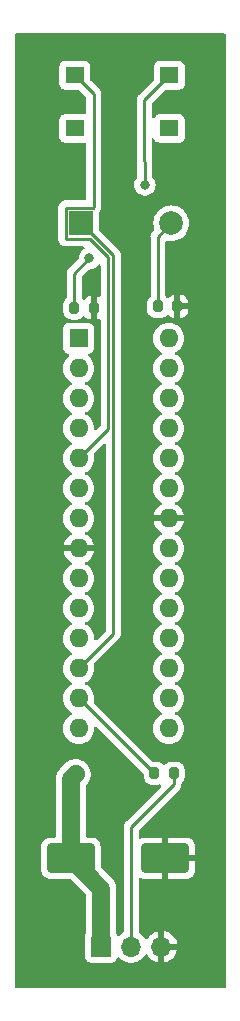
<source format=gbr>
%TF.GenerationSoftware,KiCad,Pcbnew,(5.99.0-11163-g08fb05e522)*%
%TF.CreationDate,2021-06-27T20:24:35-07:00*%
%TF.ProjectId,MeditationLamp,4d656469-7461-4746-996f-6e4c616d702e,rev?*%
%TF.SameCoordinates,Original*%
%TF.FileFunction,Copper,L1,Top*%
%TF.FilePolarity,Positive*%
%FSLAX46Y46*%
G04 Gerber Fmt 4.6, Leading zero omitted, Abs format (unit mm)*
G04 Created by KiCad (PCBNEW (5.99.0-11163-g08fb05e522)) date 2021-06-27 20:24:35*
%MOMM*%
%LPD*%
G01*
G04 APERTURE LIST*
G04 Aperture macros list*
%AMRoundRect*
0 Rectangle with rounded corners*
0 $1 Rounding radius*
0 $2 $3 $4 $5 $6 $7 $8 $9 X,Y pos of 4 corners*
0 Add a 4 corners polygon primitive as box body*
4,1,4,$2,$3,$4,$5,$6,$7,$8,$9,$2,$3,0*
0 Add four circle primitives for the rounded corners*
1,1,$1+$1,$2,$3*
1,1,$1+$1,$4,$5*
1,1,$1+$1,$6,$7*
1,1,$1+$1,$8,$9*
0 Add four rect primitives between the rounded corners*
20,1,$1+$1,$2,$3,$4,$5,0*
20,1,$1+$1,$4,$5,$6,$7,0*
20,1,$1+$1,$6,$7,$8,$9,0*
20,1,$1+$1,$8,$9,$2,$3,0*%
G04 Aperture macros list end*
%TA.AperFunction,ComponentPad*%
%ADD10R,1.600000X1.600000*%
%TD*%
%TA.AperFunction,ComponentPad*%
%ADD11O,1.600000X1.600000*%
%TD*%
%TA.AperFunction,SMDPad,CuDef*%
%ADD12R,1.600000X1.400000*%
%TD*%
%TA.AperFunction,SMDPad,CuDef*%
%ADD13RoundRect,0.200000X-0.200000X-0.275000X0.200000X-0.275000X0.200000X0.275000X-0.200000X0.275000X0*%
%TD*%
%TA.AperFunction,ComponentPad*%
%ADD14R,1.700000X1.700000*%
%TD*%
%TA.AperFunction,ComponentPad*%
%ADD15O,1.700000X1.700000*%
%TD*%
%TA.AperFunction,SMDPad,CuDef*%
%ADD16RoundRect,0.250000X-1.750000X-1.000000X1.750000X-1.000000X1.750000X1.000000X-1.750000X1.000000X0*%
%TD*%
%TA.AperFunction,ComponentPad*%
%ADD17R,2.000000X2.000000*%
%TD*%
%TA.AperFunction,ComponentPad*%
%ADD18C,2.000000*%
%TD*%
%TA.AperFunction,ViaPad*%
%ADD19C,1.524000*%
%TD*%
%TA.AperFunction,ViaPad*%
%ADD20C,0.800000*%
%TD*%
%TA.AperFunction,Conductor*%
%ADD21C,0.250000*%
%TD*%
%TA.AperFunction,Conductor*%
%ADD22C,1.524000*%
%TD*%
G04 APERTURE END LIST*
D10*
%TO.P,U1,1,~{RESET}/PC6*%
%TO.N,unconnected-(U1-Pad1)*%
X113395600Y-72425400D03*
D11*
%TO.P,U1,15,PB1*%
%TO.N,unconnected-(U1-Pad15)*%
X121015600Y-105445400D03*
%TO.P,U1,2,PD0*%
%TO.N,unconnected-(U1-Pad2)*%
X113395600Y-74965400D03*
%TO.P,U1,16,PB2*%
%TO.N,unconnected-(U1-Pad16)*%
X121015600Y-102905400D03*
%TO.P,U1,3,PD1*%
%TO.N,unconnected-(U1-Pad3)*%
X113395600Y-77505400D03*
%TO.P,U1,17,PB3*%
%TO.N,unconnected-(U1-Pad17)*%
X121015600Y-100365400D03*
%TO.P,U1,4,PD2*%
%TO.N,unconnected-(U1-Pad4)*%
X113395600Y-80045400D03*
%TO.P,U1,18,PB4*%
%TO.N,unconnected-(U1-Pad18)*%
X121015600Y-97825400D03*
%TO.P,U1,5,PD3*%
%TO.N,Net-(SW1-Pad1)*%
X113395600Y-82585400D03*
%TO.P,U1,19,PB5*%
%TO.N,unconnected-(U1-Pad19)*%
X121015600Y-95285400D03*
%TO.P,U1,6,PD4*%
%TO.N,unconnected-(U1-Pad6)*%
X113395600Y-85125400D03*
%TO.P,U1,20,AVCC*%
%TO.N,+5V*%
X121015600Y-92745400D03*
%TO.P,U1,7,VCC*%
X113395600Y-87665400D03*
%TO.P,U1,21,AREF*%
X121015600Y-90205400D03*
%TO.P,U1,8,GND*%
%TO.N,GND*%
X113395600Y-90205400D03*
%TO.P,U1,22,GND*%
X121015600Y-87665400D03*
%TO.P,U1,9,XTAL1/PB6*%
%TO.N,unconnected-(U1-Pad9)*%
X113395600Y-92745400D03*
%TO.P,U1,23,PC0*%
%TO.N,unconnected-(U1-Pad23)*%
X121015600Y-85125400D03*
%TO.P,U1,10,XTAL2/PB7*%
%TO.N,unconnected-(U1-Pad10)*%
X113395600Y-95285400D03*
%TO.P,U1,24,PC1*%
%TO.N,unconnected-(U1-Pad24)*%
X121015600Y-82585400D03*
%TO.P,U1,11,PD5*%
%TO.N,unconnected-(U1-Pad11)*%
X113395600Y-97825400D03*
%TO.P,U1,25,PC2*%
%TO.N,unconnected-(U1-Pad25)*%
X121015600Y-80045400D03*
%TO.P,U1,12,PD6*%
%TO.N,/BUZZ*%
X113395600Y-100365400D03*
%TO.P,U1,26,PC3*%
%TO.N,unconnected-(U1-Pad26)*%
X121015600Y-77505400D03*
%TO.P,U1,13,PD7*%
%TO.N,Net-(U1-Pad13)*%
X113395600Y-102905400D03*
%TO.P,U1,27,PC4*%
%TO.N,unconnected-(U1-Pad27)*%
X121015600Y-74965400D03*
%TO.P,U1,14,PB0*%
%TO.N,unconnected-(U1-Pad14)*%
X113395600Y-105445400D03*
%TO.P,U1,28,PC5*%
%TO.N,unconnected-(U1-Pad28)*%
X121015600Y-72425400D03*
%TD*%
D12*
%TO.P,SW1,3*%
%TO.N,N/C*%
X113060300Y-54650200D03*
%TO.P,SW1,4*%
X121060300Y-54650200D03*
%TO.P,SW1,1,A*%
%TO.N,Net-(SW1-Pad1)*%
X113060300Y-50150200D03*
%TO.P,SW1,2,B*%
%TO.N,Net-(R1-Pad1)*%
X121060300Y-50150200D03*
%TD*%
D13*
%TO.P,R3,1*%
%TO.N,Net-(BZ1-Pad2)*%
X120104400Y-69723000D03*
%TO.P,R3,2*%
%TO.N,GND*%
X121754400Y-69723000D03*
%TD*%
%TO.P,R2,1*%
%TO.N,Net-(U1-Pad13)*%
X119799600Y-109245400D03*
%TO.P,R2,2*%
%TO.N,Net-(J1-Pad2)*%
X121449600Y-109245400D03*
%TD*%
%TO.P,R1,2*%
%TO.N,GND*%
X114654600Y-69850000D03*
%TO.P,R1,1*%
%TO.N,Net-(R1-Pad1)*%
X113004600Y-69850000D03*
%TD*%
D14*
%TO.P,J1,1,Pin_1*%
%TO.N,+5V*%
X115305600Y-123926600D03*
D15*
%TO.P,J1,2,Pin_2*%
%TO.N,Net-(J1-Pad2)*%
X117845600Y-123926600D03*
%TO.P,J1,3,Pin_3*%
%TO.N,GND*%
X120385600Y-123926600D03*
%TD*%
D16*
%TO.P,C1,2*%
%TO.N,GND*%
X120738400Y-116459000D03*
%TO.P,C1,1*%
%TO.N,+5V*%
X112738400Y-116459000D03*
%TD*%
D17*
%TO.P,BZ1,1,-*%
%TO.N,/BUZZ*%
X113624200Y-62687200D03*
D18*
%TO.P,BZ1,2,+*%
%TO.N,Net-(BZ1-Pad2)*%
X121224200Y-62687200D03*
%TD*%
D19*
%TO.N,+5V*%
X113131600Y-109321600D03*
D20*
%TO.N,Net-(R1-Pad1)*%
X114300000Y-65659000D03*
X118999000Y-59436000D03*
%TD*%
D21*
%TO.N,Net-(J1-Pad2)*%
X121449600Y-109245400D02*
X121449600Y-110198400D01*
X121449600Y-110198400D02*
X117830600Y-113817400D01*
X117830600Y-113817400D02*
X117830600Y-123911600D01*
X117830600Y-123911600D02*
X117845600Y-123926600D01*
%TO.N,Net-(U1-Pad13)*%
X113395600Y-102905400D02*
X119735600Y-109245400D01*
X119735600Y-109245400D02*
X119799600Y-109245400D01*
D22*
%TO.N,+5V*%
X112738400Y-116459000D02*
X112738400Y-109714800D01*
X112738400Y-109714800D02*
X113131600Y-109321600D01*
D21*
%TO.N,Net-(SW1-Pad1)*%
X113060300Y-50150200D02*
X114655600Y-51745500D01*
X114655600Y-51745500D02*
X114655600Y-61290200D01*
X114655600Y-61290200D02*
X114583111Y-61362689D01*
X114583111Y-61362689D02*
X112299689Y-61362689D01*
X112299689Y-61362689D02*
X112299689Y-64011711D01*
X112299689Y-64011711D02*
X114312993Y-64011711D01*
X114312993Y-64011711D02*
X115882480Y-65581198D01*
X115882480Y-65581198D02*
X115882480Y-80098520D01*
X115882480Y-80098520D02*
X113395600Y-82585400D01*
%TO.N,Net-(BZ1-Pad2)*%
X120104400Y-69723000D02*
X120104400Y-63807000D01*
X120104400Y-63807000D02*
X121224200Y-62687200D01*
%TO.N,Net-(R1-Pad1)*%
X118999000Y-59436000D02*
X118999000Y-57505600D01*
X118999000Y-57505600D02*
X118922800Y-57429400D01*
X118922800Y-57429400D02*
X118922800Y-52287700D01*
X118922800Y-52287700D02*
X121060300Y-50150200D01*
X113004600Y-66954400D02*
X114300000Y-65659000D01*
X113004600Y-69850000D02*
X113004600Y-66954400D01*
%TO.N,/BUZZ*%
X113395600Y-100365400D02*
X116332000Y-97429000D01*
X116332000Y-97429000D02*
X116332000Y-65395000D01*
X116332000Y-65395000D02*
X113624200Y-62687200D01*
D22*
%TO.N,+5V*%
X112738400Y-116459000D02*
X115305600Y-119026200D01*
X115305600Y-119026200D02*
X115305600Y-123926600D01*
%TD*%
%TA.AperFunction,Conductor*%
%TO.N,GND*%
G36*
X125799121Y-46629002D02*
G01*
X125845614Y-46682658D01*
X125857000Y-46735000D01*
X125857000Y-127280400D01*
X125836998Y-127348521D01*
X125783342Y-127395014D01*
X125731000Y-127406400D01*
X108101400Y-127406400D01*
X108033279Y-127386398D01*
X107986786Y-127332742D01*
X107975400Y-127280400D01*
X107975400Y-115402978D01*
X110229900Y-115402978D01*
X110229900Y-117501886D01*
X110245378Y-117634643D01*
X110247874Y-117641521D01*
X110247875Y-117641523D01*
X110294354Y-117769571D01*
X110305713Y-117800864D01*
X110373614Y-117904431D01*
X110384721Y-117921371D01*
X110402669Y-117948747D01*
X110531045Y-118070358D01*
X110683955Y-118159175D01*
X110853196Y-118210433D01*
X110859636Y-118211008D01*
X110859637Y-118211008D01*
X110929585Y-118217251D01*
X110929591Y-118217251D01*
X110932378Y-118217500D01*
X112647951Y-118217500D01*
X112716072Y-118237502D01*
X112737046Y-118254405D01*
X113998195Y-119515553D01*
X114032220Y-119577865D01*
X114035100Y-119604648D01*
X114035100Y-122746487D01*
X114020115Y-122797382D01*
X114023616Y-122798981D01*
X113962900Y-122931930D01*
X113961618Y-122940845D01*
X113961618Y-122940846D01*
X113942739Y-123072152D01*
X113942738Y-123072159D01*
X113942100Y-123076600D01*
X113942100Y-124776600D01*
X113947327Y-124849679D01*
X113963303Y-124904087D01*
X113982848Y-124970652D01*
X113988504Y-124989916D01*
X113993375Y-124997495D01*
X114062651Y-125105291D01*
X114062653Y-125105294D01*
X114067523Y-125112871D01*
X114074333Y-125118772D01*
X114171169Y-125202682D01*
X114171172Y-125202684D01*
X114177981Y-125208584D01*
X114186179Y-125212328D01*
X114291232Y-125260304D01*
X114310930Y-125269300D01*
X114319845Y-125270582D01*
X114319846Y-125270582D01*
X114451152Y-125289461D01*
X114451159Y-125289462D01*
X114455600Y-125290100D01*
X116155600Y-125290100D01*
X116228679Y-125284873D01*
X116319080Y-125258329D01*
X116360270Y-125246235D01*
X116360272Y-125246234D01*
X116368916Y-125243696D01*
X116432735Y-125202682D01*
X116484291Y-125169549D01*
X116484294Y-125169547D01*
X116491871Y-125164677D01*
X116531648Y-125118772D01*
X116581682Y-125061031D01*
X116581684Y-125061028D01*
X116587584Y-125054219D01*
X116648300Y-124921270D01*
X116649166Y-124915246D01*
X116686752Y-124856761D01*
X116751333Y-124827268D01*
X116821606Y-124837372D01*
X116864499Y-124869487D01*
X116891609Y-124900783D01*
X116895584Y-124904083D01*
X116895588Y-124904087D01*
X116926155Y-124929464D01*
X117063529Y-125043514D01*
X117067981Y-125046116D01*
X117067986Y-125046119D01*
X117192317Y-125118772D01*
X117256451Y-125156249D01*
X117465196Y-125235960D01*
X117470262Y-125236991D01*
X117470263Y-125236991D01*
X117514628Y-125246017D01*
X117684156Y-125280508D01*
X117809995Y-125285122D01*
X117902288Y-125288507D01*
X117902292Y-125288507D01*
X117907452Y-125288696D01*
X117912572Y-125288040D01*
X117912574Y-125288040D01*
X117980602Y-125279325D01*
X118129088Y-125260304D01*
X118134037Y-125258819D01*
X118134043Y-125258818D01*
X118338159Y-125197580D01*
X118338158Y-125197580D01*
X118343109Y-125196095D01*
X118543770Y-125097792D01*
X118547975Y-125094792D01*
X118547981Y-125094789D01*
X118695007Y-124989916D01*
X118725682Y-124968036D01*
X118789854Y-124904087D01*
X118880288Y-124813968D01*
X118880292Y-124813963D01*
X118883957Y-124810311D01*
X119014348Y-124628854D01*
X119015665Y-124629800D01*
X119062575Y-124586619D01*
X119132514Y-124574409D01*
X119197951Y-124601949D01*
X119225769Y-124633775D01*
X119283006Y-124727179D01*
X119289104Y-124735511D01*
X119428574Y-124896519D01*
X119435937Y-124903729D01*
X119599841Y-125039804D01*
X119608272Y-125045709D01*
X119792209Y-125153193D01*
X119801492Y-125157640D01*
X120000509Y-125233637D01*
X120010402Y-125236511D01*
X120113848Y-125257557D01*
X120127900Y-125256362D01*
X120131600Y-125246017D01*
X120131600Y-124194148D01*
X120639600Y-124194148D01*
X120639600Y-125245464D01*
X120643664Y-125259306D01*
X120657078Y-125261340D01*
X120663854Y-125260472D01*
X120673937Y-125258329D01*
X120877976Y-125197114D01*
X120887571Y-125193354D01*
X121078872Y-125099636D01*
X121087722Y-125094361D01*
X121261155Y-124970652D01*
X121269015Y-124964010D01*
X121419916Y-124813635D01*
X121426593Y-124805790D01*
X121550901Y-124632796D01*
X121556212Y-124623958D01*
X121650591Y-124432995D01*
X121654390Y-124423400D01*
X121716313Y-124219589D01*
X121718493Y-124209506D01*
X121719935Y-124198560D01*
X121717723Y-124184378D01*
X121704566Y-124180600D01*
X120657715Y-124180600D01*
X120642476Y-124185075D01*
X120641271Y-124186465D01*
X120639600Y-124194148D01*
X120131600Y-124194148D01*
X120131600Y-122611239D01*
X120639600Y-122611239D01*
X120639600Y-123654485D01*
X120644075Y-123669724D01*
X120645465Y-123670929D01*
X120653148Y-123672600D01*
X121704299Y-123672600D01*
X121717830Y-123668627D01*
X121719135Y-123659547D01*
X121677142Y-123492363D01*
X121673824Y-123482615D01*
X121588877Y-123287250D01*
X121584010Y-123278175D01*
X121468301Y-123099315D01*
X121462010Y-123091146D01*
X121318642Y-122933587D01*
X121311109Y-122926562D01*
X121143928Y-122794530D01*
X121135350Y-122788831D01*
X120948853Y-122685880D01*
X120939447Y-122681653D01*
X120738647Y-122610546D01*
X120728681Y-122607913D01*
X120657436Y-122595222D01*
X120644141Y-122596681D01*
X120639600Y-122611239D01*
X120131600Y-122611239D01*
X120131600Y-122609353D01*
X120127682Y-122596009D01*
X120113406Y-122594022D01*
X120074837Y-122599924D01*
X120064818Y-122602311D01*
X119862329Y-122668495D01*
X119852827Y-122672490D01*
X119663879Y-122770850D01*
X119655154Y-122776344D01*
X119484804Y-122904246D01*
X119477097Y-122911089D01*
X119329921Y-123065099D01*
X119323442Y-123073101D01*
X119219106Y-123226052D01*
X119164194Y-123271055D01*
X119093669Y-123279226D01*
X119029922Y-123247972D01*
X119009225Y-123223488D01*
X118928697Y-123099011D01*
X118925887Y-123094667D01*
X118913539Y-123081096D01*
X118862831Y-123025369D01*
X118775505Y-122929399D01*
X118771454Y-122926200D01*
X118771450Y-122926196D01*
X118604203Y-122794113D01*
X118604198Y-122794110D01*
X118600149Y-122790912D01*
X118595634Y-122788419D01*
X118595621Y-122788411D01*
X118529206Y-122751748D01*
X118479236Y-122701315D01*
X118464100Y-122641440D01*
X118464100Y-118249799D01*
X118484102Y-118181678D01*
X118537758Y-118135185D01*
X118608032Y-118125081D01*
X118653387Y-118140846D01*
X118677827Y-118155042D01*
X118691154Y-118160837D01*
X118847100Y-118208068D01*
X118859723Y-118210516D01*
X118929584Y-118216751D01*
X118935179Y-118217000D01*
X120466285Y-118217000D01*
X120481524Y-118212525D01*
X120482729Y-118211135D01*
X120484400Y-118203452D01*
X120484400Y-116726548D01*
X120992400Y-116726548D01*
X120992400Y-118198885D01*
X120996875Y-118214124D01*
X120998265Y-118215329D01*
X121005948Y-118217000D01*
X122527623Y-118217000D01*
X122534924Y-118216576D01*
X122656655Y-118202383D01*
X122670810Y-118199037D01*
X122823161Y-118143737D01*
X122836160Y-118137227D01*
X122971706Y-118048359D01*
X122982858Y-118039035D01*
X123094322Y-117921371D01*
X123103035Y-117909724D01*
X123184443Y-117769571D01*
X123190237Y-117756246D01*
X123237468Y-117600300D01*
X123239916Y-117587677D01*
X123246151Y-117517816D01*
X123246400Y-117512221D01*
X123246400Y-116731115D01*
X123241925Y-116715876D01*
X123240535Y-116714671D01*
X123232852Y-116713000D01*
X121010515Y-116713000D01*
X120995276Y-116717475D01*
X120994071Y-116718865D01*
X120992400Y-116726548D01*
X120484400Y-116726548D01*
X120484400Y-114719115D01*
X120483059Y-114714548D01*
X120992400Y-114714548D01*
X120992400Y-116186885D01*
X120996875Y-116202124D01*
X120998265Y-116203329D01*
X121005948Y-116205000D01*
X123228285Y-116205000D01*
X123243524Y-116200525D01*
X123244729Y-116199135D01*
X123246400Y-116191452D01*
X123246400Y-115419777D01*
X123245976Y-115412476D01*
X123231783Y-115290745D01*
X123228437Y-115276590D01*
X123173137Y-115124239D01*
X123166627Y-115111240D01*
X123077759Y-114975694D01*
X123068435Y-114964542D01*
X122950771Y-114853078D01*
X122939124Y-114844365D01*
X122798971Y-114762957D01*
X122785646Y-114757163D01*
X122629700Y-114709932D01*
X122617077Y-114707484D01*
X122547216Y-114701249D01*
X122541621Y-114701000D01*
X121010515Y-114701000D01*
X120995276Y-114705475D01*
X120994071Y-114706865D01*
X120992400Y-114714548D01*
X120483059Y-114714548D01*
X120479925Y-114703876D01*
X120478535Y-114702671D01*
X120470852Y-114701000D01*
X118949177Y-114701000D01*
X118941876Y-114701424D01*
X118820145Y-114715617D01*
X118805990Y-114718963D01*
X118653639Y-114774263D01*
X118646518Y-114777829D01*
X118576652Y-114790446D01*
X118511055Y-114763288D01*
X118470554Y-114704976D01*
X118464100Y-114665166D01*
X118464100Y-114131994D01*
X118484102Y-114063873D01*
X118501005Y-114042899D01*
X121842113Y-110701791D01*
X121850201Y-110694431D01*
X121856595Y-110690373D01*
X121902470Y-110641521D01*
X121905224Y-110638680D01*
X121925538Y-110618366D01*
X121928183Y-110614955D01*
X121935889Y-110605933D01*
X121960733Y-110579477D01*
X121966157Y-110573701D01*
X121969976Y-110566755D01*
X121975918Y-110555947D01*
X121986772Y-110539423D01*
X121994325Y-110529686D01*
X121994325Y-110529685D01*
X121999183Y-110523423D01*
X122016742Y-110482847D01*
X122021963Y-110472190D01*
X122043262Y-110433448D01*
X122045235Y-110425764D01*
X122048299Y-110413832D01*
X122054703Y-110395128D01*
X122059599Y-110383815D01*
X122059601Y-110383808D01*
X122062748Y-110376536D01*
X122069665Y-110332865D01*
X122072072Y-110321244D01*
X122081587Y-110284182D01*
X122081587Y-110284181D01*
X122083065Y-110278425D01*
X122083100Y-110277869D01*
X122083100Y-110257948D01*
X122084651Y-110238238D01*
X122086544Y-110226286D01*
X122086544Y-110226285D01*
X122087784Y-110218456D01*
X122083659Y-110174817D01*
X122083100Y-110162960D01*
X122083100Y-110145085D01*
X122103102Y-110076964D01*
X122121449Y-110055607D01*
X122121446Y-110055604D01*
X122121590Y-110055443D01*
X122121605Y-110055426D01*
X122126845Y-110049544D01*
X122230436Y-109933277D01*
X122230438Y-109933275D01*
X122235490Y-109927604D01*
X122239042Y-109920895D01*
X122239045Y-109920891D01*
X122312155Y-109782811D01*
X122312156Y-109782808D01*
X122315710Y-109776096D01*
X122357474Y-109609825D01*
X122357909Y-109602909D01*
X122357975Y-109601870D01*
X122357976Y-109601854D01*
X122358100Y-109599875D01*
X122358100Y-108929083D01*
X122342504Y-108800206D01*
X122281906Y-108639838D01*
X122210446Y-108535863D01*
X122189106Y-108504813D01*
X122189105Y-108504811D01*
X122184804Y-108498554D01*
X122113693Y-108435196D01*
X122062477Y-108389564D01*
X122062475Y-108389562D01*
X122056804Y-108384510D01*
X122050095Y-108380958D01*
X122050091Y-108380955D01*
X121912011Y-108307845D01*
X121912008Y-108307844D01*
X121905296Y-108304290D01*
X121739025Y-108262526D01*
X121733262Y-108262163D01*
X121733259Y-108262163D01*
X121731070Y-108262025D01*
X121731054Y-108262024D01*
X121729075Y-108261900D01*
X121208283Y-108261900D01*
X121079406Y-108277496D01*
X120919038Y-108338094D01*
X120912780Y-108342395D01*
X120872468Y-108370101D01*
X120777754Y-108435196D01*
X120772702Y-108440866D01*
X120772701Y-108440867D01*
X120721524Y-108498307D01*
X120661274Y-108535863D01*
X120590284Y-108534883D01*
X120535382Y-108499396D01*
X120534804Y-108498554D01*
X120463693Y-108435196D01*
X120412477Y-108389564D01*
X120412475Y-108389562D01*
X120406804Y-108384510D01*
X120400095Y-108380958D01*
X120400091Y-108380955D01*
X120262011Y-108307845D01*
X120262008Y-108307844D01*
X120255296Y-108304290D01*
X120089025Y-108262526D01*
X120083262Y-108262163D01*
X120083259Y-108262163D01*
X120081070Y-108262025D01*
X120081054Y-108262024D01*
X120079075Y-108261900D01*
X119700194Y-108261900D01*
X119632073Y-108241898D01*
X119611099Y-108224995D01*
X114704754Y-103318650D01*
X114670728Y-103256338D01*
X114672142Y-103196944D01*
X114687721Y-103138802D01*
X114687721Y-103138800D01*
X114689145Y-103133487D01*
X114709100Y-102905400D01*
X114689145Y-102677313D01*
X114629886Y-102456157D01*
X114627563Y-102451175D01*
X114535450Y-102253637D01*
X114535447Y-102253632D01*
X114533124Y-102248650D01*
X114401799Y-102061098D01*
X114239902Y-101899201D01*
X114235394Y-101896044D01*
X114235391Y-101896042D01*
X114056859Y-101771033D01*
X114056857Y-101771032D01*
X114052350Y-101767876D01*
X114047368Y-101765553D01*
X114047363Y-101765550D01*
X114013146Y-101749595D01*
X113959861Y-101702678D01*
X113940400Y-101634401D01*
X113960942Y-101566441D01*
X114013146Y-101521205D01*
X114047363Y-101505250D01*
X114047368Y-101505247D01*
X114052350Y-101502924D01*
X114056859Y-101499767D01*
X114235391Y-101374758D01*
X114235394Y-101374756D01*
X114239902Y-101371599D01*
X114401799Y-101209702D01*
X114533124Y-101022150D01*
X114535447Y-101017168D01*
X114535450Y-101017163D01*
X114627563Y-100819625D01*
X114627564Y-100819624D01*
X114629886Y-100814643D01*
X114689145Y-100593487D01*
X114709100Y-100365400D01*
X114689145Y-100137313D01*
X114672142Y-100073856D01*
X114673832Y-100002879D01*
X114704754Y-99952150D01*
X116724513Y-97932391D01*
X116732601Y-97925031D01*
X116738995Y-97920973D01*
X116784870Y-97872121D01*
X116787624Y-97869280D01*
X116807938Y-97848966D01*
X116810583Y-97845555D01*
X116818289Y-97836533D01*
X116843133Y-97810077D01*
X116848557Y-97804301D01*
X116852376Y-97797355D01*
X116858318Y-97786547D01*
X116869172Y-97770023D01*
X116876725Y-97760286D01*
X116876725Y-97760285D01*
X116881583Y-97754023D01*
X116899142Y-97713447D01*
X116904363Y-97702790D01*
X116925662Y-97664048D01*
X116927635Y-97656364D01*
X116930699Y-97644432D01*
X116937103Y-97625728D01*
X116941998Y-97614417D01*
X116942000Y-97614410D01*
X116945148Y-97607136D01*
X116952065Y-97563462D01*
X116954473Y-97551837D01*
X116963987Y-97514782D01*
X116963987Y-97514780D01*
X116965465Y-97509025D01*
X116965500Y-97508469D01*
X116965500Y-97488553D01*
X116967051Y-97468843D01*
X116968945Y-97456884D01*
X116970185Y-97449055D01*
X116966059Y-97405406D01*
X116965500Y-97393549D01*
X116965500Y-90205400D01*
X119702100Y-90205400D01*
X119722055Y-90433487D01*
X119781314Y-90654643D01*
X119783636Y-90659624D01*
X119783637Y-90659625D01*
X119875750Y-90857163D01*
X119875753Y-90857168D01*
X119878076Y-90862150D01*
X120009401Y-91049702D01*
X120171298Y-91211599D01*
X120175806Y-91214756D01*
X120175809Y-91214758D01*
X120353723Y-91339334D01*
X120358850Y-91342924D01*
X120363832Y-91345247D01*
X120363837Y-91345250D01*
X120398054Y-91361205D01*
X120451339Y-91408122D01*
X120470800Y-91476399D01*
X120450258Y-91544359D01*
X120398054Y-91589595D01*
X120363837Y-91605550D01*
X120363832Y-91605553D01*
X120358850Y-91607876D01*
X120354343Y-91611032D01*
X120354341Y-91611033D01*
X120175809Y-91736042D01*
X120175806Y-91736044D01*
X120171298Y-91739201D01*
X120009401Y-91901098D01*
X119878076Y-92088650D01*
X119875753Y-92093632D01*
X119875750Y-92093637D01*
X119783637Y-92291175D01*
X119781314Y-92296157D01*
X119722055Y-92517313D01*
X119702100Y-92745400D01*
X119722055Y-92973487D01*
X119781314Y-93194643D01*
X119783636Y-93199624D01*
X119783637Y-93199625D01*
X119875750Y-93397163D01*
X119875753Y-93397168D01*
X119878076Y-93402150D01*
X120009401Y-93589702D01*
X120171298Y-93751599D01*
X120175806Y-93754756D01*
X120175809Y-93754758D01*
X120354341Y-93879767D01*
X120358850Y-93882924D01*
X120363832Y-93885247D01*
X120363837Y-93885250D01*
X120398054Y-93901205D01*
X120451339Y-93948122D01*
X120470800Y-94016399D01*
X120450258Y-94084359D01*
X120398054Y-94129595D01*
X120363837Y-94145550D01*
X120363832Y-94145553D01*
X120358850Y-94147876D01*
X120354343Y-94151032D01*
X120354341Y-94151033D01*
X120175809Y-94276042D01*
X120175806Y-94276044D01*
X120171298Y-94279201D01*
X120009401Y-94441098D01*
X119878076Y-94628650D01*
X119875753Y-94633632D01*
X119875750Y-94633637D01*
X119783637Y-94831175D01*
X119781314Y-94836157D01*
X119722055Y-95057313D01*
X119702100Y-95285400D01*
X119722055Y-95513487D01*
X119781314Y-95734643D01*
X119783636Y-95739624D01*
X119783637Y-95739625D01*
X119875750Y-95937163D01*
X119875753Y-95937168D01*
X119878076Y-95942150D01*
X120009401Y-96129702D01*
X120171298Y-96291599D01*
X120175806Y-96294756D01*
X120175809Y-96294758D01*
X120354341Y-96419767D01*
X120358850Y-96422924D01*
X120363832Y-96425247D01*
X120363837Y-96425250D01*
X120398054Y-96441205D01*
X120451339Y-96488122D01*
X120470800Y-96556399D01*
X120450258Y-96624359D01*
X120398054Y-96669595D01*
X120363837Y-96685550D01*
X120363832Y-96685553D01*
X120358850Y-96687876D01*
X120354343Y-96691032D01*
X120354341Y-96691033D01*
X120175809Y-96816042D01*
X120175806Y-96816044D01*
X120171298Y-96819201D01*
X120009401Y-96981098D01*
X119878076Y-97168650D01*
X119875753Y-97173632D01*
X119875750Y-97173637D01*
X119783637Y-97371175D01*
X119781314Y-97376157D01*
X119779892Y-97381465D01*
X119779891Y-97381467D01*
X119751197Y-97488553D01*
X119722055Y-97597313D01*
X119702100Y-97825400D01*
X119722055Y-98053487D01*
X119781314Y-98274643D01*
X119783636Y-98279624D01*
X119783637Y-98279625D01*
X119875750Y-98477163D01*
X119875753Y-98477168D01*
X119878076Y-98482150D01*
X120009401Y-98669702D01*
X120171298Y-98831599D01*
X120175806Y-98834756D01*
X120175809Y-98834758D01*
X120354341Y-98959767D01*
X120358850Y-98962924D01*
X120363832Y-98965247D01*
X120363837Y-98965250D01*
X120398054Y-98981205D01*
X120451339Y-99028122D01*
X120470800Y-99096399D01*
X120450258Y-99164359D01*
X120398054Y-99209595D01*
X120363837Y-99225550D01*
X120363832Y-99225553D01*
X120358850Y-99227876D01*
X120354343Y-99231032D01*
X120354341Y-99231033D01*
X120175809Y-99356042D01*
X120175806Y-99356044D01*
X120171298Y-99359201D01*
X120009401Y-99521098D01*
X119878076Y-99708650D01*
X119875753Y-99713632D01*
X119875750Y-99713637D01*
X119783637Y-99911175D01*
X119781314Y-99916157D01*
X119779892Y-99921465D01*
X119779891Y-99921467D01*
X119758077Y-100002879D01*
X119722055Y-100137313D01*
X119702100Y-100365400D01*
X119722055Y-100593487D01*
X119781314Y-100814643D01*
X119783636Y-100819624D01*
X119783637Y-100819625D01*
X119875750Y-101017163D01*
X119875753Y-101017168D01*
X119878076Y-101022150D01*
X120009401Y-101209702D01*
X120171298Y-101371599D01*
X120175806Y-101374756D01*
X120175809Y-101374758D01*
X120354341Y-101499767D01*
X120358850Y-101502924D01*
X120363832Y-101505247D01*
X120363837Y-101505250D01*
X120398054Y-101521205D01*
X120451339Y-101568122D01*
X120470800Y-101636399D01*
X120450258Y-101704359D01*
X120398054Y-101749595D01*
X120363837Y-101765550D01*
X120363832Y-101765553D01*
X120358850Y-101767876D01*
X120354343Y-101771032D01*
X120354341Y-101771033D01*
X120175809Y-101896042D01*
X120175806Y-101896044D01*
X120171298Y-101899201D01*
X120009401Y-102061098D01*
X119878076Y-102248650D01*
X119875753Y-102253632D01*
X119875750Y-102253637D01*
X119783637Y-102451175D01*
X119781314Y-102456157D01*
X119722055Y-102677313D01*
X119702100Y-102905400D01*
X119722055Y-103133487D01*
X119723479Y-103138800D01*
X119723479Y-103138802D01*
X119771670Y-103318650D01*
X119781314Y-103354643D01*
X119783636Y-103359624D01*
X119783637Y-103359625D01*
X119875750Y-103557163D01*
X119875753Y-103557168D01*
X119878076Y-103562150D01*
X120009401Y-103749702D01*
X120171298Y-103911599D01*
X120175806Y-103914756D01*
X120175809Y-103914758D01*
X120354341Y-104039767D01*
X120358850Y-104042924D01*
X120363832Y-104045247D01*
X120363837Y-104045250D01*
X120398054Y-104061205D01*
X120451339Y-104108122D01*
X120470800Y-104176399D01*
X120450258Y-104244359D01*
X120398054Y-104289595D01*
X120363837Y-104305550D01*
X120363832Y-104305553D01*
X120358850Y-104307876D01*
X120354343Y-104311032D01*
X120354341Y-104311033D01*
X120175809Y-104436042D01*
X120175806Y-104436044D01*
X120171298Y-104439201D01*
X120009401Y-104601098D01*
X119878076Y-104788650D01*
X119875753Y-104793632D01*
X119875750Y-104793637D01*
X119783637Y-104991175D01*
X119781314Y-104996157D01*
X119722055Y-105217313D01*
X119702100Y-105445400D01*
X119722055Y-105673487D01*
X119781314Y-105894643D01*
X119783636Y-105899624D01*
X119783637Y-105899625D01*
X119875750Y-106097163D01*
X119875753Y-106097168D01*
X119878076Y-106102150D01*
X120009401Y-106289702D01*
X120171298Y-106451599D01*
X120175806Y-106454756D01*
X120175809Y-106454758D01*
X120354341Y-106579767D01*
X120358850Y-106582924D01*
X120363832Y-106585247D01*
X120363837Y-106585250D01*
X120561375Y-106677363D01*
X120566357Y-106679686D01*
X120571665Y-106681108D01*
X120571667Y-106681109D01*
X120782198Y-106737521D01*
X120782200Y-106737521D01*
X120787513Y-106738945D01*
X121015600Y-106758900D01*
X121243687Y-106738945D01*
X121249000Y-106737521D01*
X121249002Y-106737521D01*
X121459533Y-106681109D01*
X121459535Y-106681108D01*
X121464843Y-106679686D01*
X121469825Y-106677363D01*
X121667363Y-106585250D01*
X121667368Y-106585247D01*
X121672350Y-106582924D01*
X121676859Y-106579767D01*
X121855391Y-106454758D01*
X121855394Y-106454756D01*
X121859902Y-106451599D01*
X122021799Y-106289702D01*
X122153124Y-106102150D01*
X122155447Y-106097168D01*
X122155450Y-106097163D01*
X122247563Y-105899625D01*
X122247564Y-105899624D01*
X122249886Y-105894643D01*
X122309145Y-105673487D01*
X122329100Y-105445400D01*
X122309145Y-105217313D01*
X122249886Y-104996157D01*
X122247563Y-104991175D01*
X122155450Y-104793637D01*
X122155447Y-104793632D01*
X122153124Y-104788650D01*
X122021799Y-104601098D01*
X121859902Y-104439201D01*
X121855394Y-104436044D01*
X121855391Y-104436042D01*
X121676859Y-104311033D01*
X121676857Y-104311032D01*
X121672350Y-104307876D01*
X121667368Y-104305553D01*
X121667363Y-104305550D01*
X121633146Y-104289595D01*
X121579861Y-104242678D01*
X121560400Y-104174401D01*
X121580942Y-104106441D01*
X121633146Y-104061205D01*
X121667363Y-104045250D01*
X121667368Y-104045247D01*
X121672350Y-104042924D01*
X121676859Y-104039767D01*
X121855391Y-103914758D01*
X121855394Y-103914756D01*
X121859902Y-103911599D01*
X122021799Y-103749702D01*
X122153124Y-103562150D01*
X122155447Y-103557168D01*
X122155450Y-103557163D01*
X122247563Y-103359625D01*
X122247564Y-103359624D01*
X122249886Y-103354643D01*
X122259531Y-103318650D01*
X122307721Y-103138802D01*
X122307721Y-103138800D01*
X122309145Y-103133487D01*
X122329100Y-102905400D01*
X122309145Y-102677313D01*
X122249886Y-102456157D01*
X122247563Y-102451175D01*
X122155450Y-102253637D01*
X122155447Y-102253632D01*
X122153124Y-102248650D01*
X122021799Y-102061098D01*
X121859902Y-101899201D01*
X121855394Y-101896044D01*
X121855391Y-101896042D01*
X121676859Y-101771033D01*
X121676857Y-101771032D01*
X121672350Y-101767876D01*
X121667368Y-101765553D01*
X121667363Y-101765550D01*
X121633146Y-101749595D01*
X121579861Y-101702678D01*
X121560400Y-101634401D01*
X121580942Y-101566441D01*
X121633146Y-101521205D01*
X121667363Y-101505250D01*
X121667368Y-101505247D01*
X121672350Y-101502924D01*
X121676859Y-101499767D01*
X121855391Y-101374758D01*
X121855394Y-101374756D01*
X121859902Y-101371599D01*
X122021799Y-101209702D01*
X122153124Y-101022150D01*
X122155447Y-101017168D01*
X122155450Y-101017163D01*
X122247563Y-100819625D01*
X122247564Y-100819624D01*
X122249886Y-100814643D01*
X122309145Y-100593487D01*
X122329100Y-100365400D01*
X122309145Y-100137313D01*
X122273123Y-100002879D01*
X122251309Y-99921467D01*
X122251308Y-99921465D01*
X122249886Y-99916157D01*
X122247563Y-99911175D01*
X122155450Y-99713637D01*
X122155447Y-99713632D01*
X122153124Y-99708650D01*
X122021799Y-99521098D01*
X121859902Y-99359201D01*
X121855394Y-99356044D01*
X121855391Y-99356042D01*
X121676859Y-99231033D01*
X121676857Y-99231032D01*
X121672350Y-99227876D01*
X121667368Y-99225553D01*
X121667363Y-99225550D01*
X121633146Y-99209595D01*
X121579861Y-99162678D01*
X121560400Y-99094401D01*
X121580942Y-99026441D01*
X121633146Y-98981205D01*
X121667363Y-98965250D01*
X121667368Y-98965247D01*
X121672350Y-98962924D01*
X121676859Y-98959767D01*
X121855391Y-98834758D01*
X121855394Y-98834756D01*
X121859902Y-98831599D01*
X122021799Y-98669702D01*
X122153124Y-98482150D01*
X122155447Y-98477168D01*
X122155450Y-98477163D01*
X122247563Y-98279625D01*
X122247564Y-98279624D01*
X122249886Y-98274643D01*
X122309145Y-98053487D01*
X122329100Y-97825400D01*
X122309145Y-97597313D01*
X122280003Y-97488553D01*
X122251309Y-97381467D01*
X122251308Y-97381465D01*
X122249886Y-97376157D01*
X122247563Y-97371175D01*
X122155450Y-97173637D01*
X122155447Y-97173632D01*
X122153124Y-97168650D01*
X122021799Y-96981098D01*
X121859902Y-96819201D01*
X121855394Y-96816044D01*
X121855391Y-96816042D01*
X121676859Y-96691033D01*
X121676857Y-96691032D01*
X121672350Y-96687876D01*
X121667368Y-96685553D01*
X121667363Y-96685550D01*
X121633146Y-96669595D01*
X121579861Y-96622678D01*
X121560400Y-96554401D01*
X121580942Y-96486441D01*
X121633146Y-96441205D01*
X121667363Y-96425250D01*
X121667368Y-96425247D01*
X121672350Y-96422924D01*
X121676859Y-96419767D01*
X121855391Y-96294758D01*
X121855394Y-96294756D01*
X121859902Y-96291599D01*
X122021799Y-96129702D01*
X122153124Y-95942150D01*
X122155447Y-95937168D01*
X122155450Y-95937163D01*
X122247563Y-95739625D01*
X122247564Y-95739624D01*
X122249886Y-95734643D01*
X122309145Y-95513487D01*
X122329100Y-95285400D01*
X122309145Y-95057313D01*
X122249886Y-94836157D01*
X122247563Y-94831175D01*
X122155450Y-94633637D01*
X122155447Y-94633632D01*
X122153124Y-94628650D01*
X122021799Y-94441098D01*
X121859902Y-94279201D01*
X121855394Y-94276044D01*
X121855391Y-94276042D01*
X121676859Y-94151033D01*
X121676857Y-94151032D01*
X121672350Y-94147876D01*
X121667368Y-94145553D01*
X121667363Y-94145550D01*
X121633146Y-94129595D01*
X121579861Y-94082678D01*
X121560400Y-94014401D01*
X121580942Y-93946441D01*
X121633146Y-93901205D01*
X121667363Y-93885250D01*
X121667368Y-93885247D01*
X121672350Y-93882924D01*
X121676859Y-93879767D01*
X121855391Y-93754758D01*
X121855394Y-93754756D01*
X121859902Y-93751599D01*
X122021799Y-93589702D01*
X122153124Y-93402150D01*
X122155447Y-93397168D01*
X122155450Y-93397163D01*
X122247563Y-93199625D01*
X122247564Y-93199624D01*
X122249886Y-93194643D01*
X122309145Y-92973487D01*
X122329100Y-92745400D01*
X122309145Y-92517313D01*
X122249886Y-92296157D01*
X122247563Y-92291175D01*
X122155450Y-92093637D01*
X122155447Y-92093632D01*
X122153124Y-92088650D01*
X122021799Y-91901098D01*
X121859902Y-91739201D01*
X121855394Y-91736044D01*
X121855391Y-91736042D01*
X121676859Y-91611033D01*
X121676857Y-91611032D01*
X121672350Y-91607876D01*
X121667368Y-91605553D01*
X121667363Y-91605550D01*
X121633146Y-91589595D01*
X121579861Y-91542678D01*
X121560400Y-91474401D01*
X121580942Y-91406441D01*
X121633146Y-91361205D01*
X121667363Y-91345250D01*
X121667368Y-91345247D01*
X121672350Y-91342924D01*
X121677477Y-91339334D01*
X121855391Y-91214758D01*
X121855394Y-91214756D01*
X121859902Y-91211599D01*
X122021799Y-91049702D01*
X122153124Y-90862150D01*
X122155447Y-90857168D01*
X122155450Y-90857163D01*
X122247563Y-90659625D01*
X122247564Y-90659624D01*
X122249886Y-90654643D01*
X122309145Y-90433487D01*
X122329100Y-90205400D01*
X122309145Y-89977313D01*
X122249886Y-89756157D01*
X122247563Y-89751175D01*
X122155450Y-89553637D01*
X122155447Y-89553632D01*
X122153124Y-89548650D01*
X122021799Y-89361098D01*
X121859902Y-89199201D01*
X121855394Y-89196044D01*
X121855391Y-89196042D01*
X121676859Y-89071033D01*
X121676857Y-89071032D01*
X121672350Y-89067876D01*
X121633736Y-89049870D01*
X121632557Y-89049320D01*
X121579272Y-89002402D01*
X121559811Y-88934125D01*
X121580353Y-88866165D01*
X121632558Y-88820930D01*
X121667109Y-88804819D01*
X121676609Y-88799334D01*
X121855069Y-88674375D01*
X121863477Y-88667319D01*
X122017519Y-88513277D01*
X122024575Y-88504869D01*
X122149534Y-88326409D01*
X122155017Y-88316913D01*
X122247091Y-88119457D01*
X122250839Y-88109161D01*
X122296998Y-87936897D01*
X122296662Y-87922801D01*
X122288720Y-87919400D01*
X119747629Y-87919400D01*
X119734098Y-87923373D01*
X119732869Y-87931922D01*
X119780361Y-88109161D01*
X119784109Y-88119457D01*
X119876183Y-88316913D01*
X119881666Y-88326409D01*
X120006625Y-88504869D01*
X120013681Y-88513277D01*
X120167723Y-88667319D01*
X120176131Y-88674375D01*
X120354591Y-88799334D01*
X120364091Y-88804819D01*
X120398642Y-88820930D01*
X120451928Y-88867847D01*
X120471389Y-88936124D01*
X120450847Y-89004084D01*
X120398643Y-89049320D01*
X120397464Y-89049870D01*
X120358850Y-89067876D01*
X120354343Y-89071032D01*
X120354341Y-89071033D01*
X120175809Y-89196042D01*
X120175806Y-89196044D01*
X120171298Y-89199201D01*
X120009401Y-89361098D01*
X119878076Y-89548650D01*
X119875753Y-89553632D01*
X119875750Y-89553637D01*
X119783637Y-89751175D01*
X119781314Y-89756157D01*
X119722055Y-89977313D01*
X119702100Y-90205400D01*
X116965500Y-90205400D01*
X116965500Y-72425400D01*
X119702100Y-72425400D01*
X119722055Y-72653487D01*
X119781314Y-72874643D01*
X119783636Y-72879624D01*
X119783637Y-72879625D01*
X119875750Y-73077163D01*
X119875753Y-73077168D01*
X119878076Y-73082150D01*
X119881232Y-73086657D01*
X119881233Y-73086659D01*
X119975232Y-73220903D01*
X120009401Y-73269702D01*
X120171298Y-73431599D01*
X120175806Y-73434756D01*
X120175809Y-73434758D01*
X120283025Y-73509831D01*
X120358850Y-73562924D01*
X120363832Y-73565247D01*
X120363837Y-73565250D01*
X120398054Y-73581205D01*
X120451339Y-73628122D01*
X120470800Y-73696399D01*
X120450258Y-73764359D01*
X120398054Y-73809595D01*
X120363837Y-73825550D01*
X120363832Y-73825553D01*
X120358850Y-73827876D01*
X120354343Y-73831032D01*
X120354341Y-73831033D01*
X120175809Y-73956042D01*
X120175806Y-73956044D01*
X120171298Y-73959201D01*
X120009401Y-74121098D01*
X119878076Y-74308650D01*
X119875753Y-74313632D01*
X119875750Y-74313637D01*
X119783637Y-74511175D01*
X119781314Y-74516157D01*
X119722055Y-74737313D01*
X119702100Y-74965400D01*
X119722055Y-75193487D01*
X119781314Y-75414643D01*
X119783636Y-75419624D01*
X119783637Y-75419625D01*
X119875750Y-75617163D01*
X119875753Y-75617168D01*
X119878076Y-75622150D01*
X120009401Y-75809702D01*
X120171298Y-75971599D01*
X120175806Y-75974756D01*
X120175809Y-75974758D01*
X120354341Y-76099767D01*
X120358850Y-76102924D01*
X120363832Y-76105247D01*
X120363837Y-76105250D01*
X120398054Y-76121205D01*
X120451339Y-76168122D01*
X120470800Y-76236399D01*
X120450258Y-76304359D01*
X120398054Y-76349595D01*
X120363837Y-76365550D01*
X120363832Y-76365553D01*
X120358850Y-76367876D01*
X120354343Y-76371032D01*
X120354341Y-76371033D01*
X120175809Y-76496042D01*
X120175806Y-76496044D01*
X120171298Y-76499201D01*
X120009401Y-76661098D01*
X119878076Y-76848650D01*
X119875753Y-76853632D01*
X119875750Y-76853637D01*
X119783637Y-77051175D01*
X119781314Y-77056157D01*
X119722055Y-77277313D01*
X119702100Y-77505400D01*
X119722055Y-77733487D01*
X119781314Y-77954643D01*
X119783636Y-77959624D01*
X119783637Y-77959625D01*
X119875750Y-78157163D01*
X119875753Y-78157168D01*
X119878076Y-78162150D01*
X120009401Y-78349702D01*
X120171298Y-78511599D01*
X120175806Y-78514756D01*
X120175809Y-78514758D01*
X120354341Y-78639767D01*
X120358850Y-78642924D01*
X120363832Y-78645247D01*
X120363837Y-78645250D01*
X120398054Y-78661205D01*
X120451339Y-78708122D01*
X120470800Y-78776399D01*
X120450258Y-78844359D01*
X120398054Y-78889595D01*
X120363837Y-78905550D01*
X120363832Y-78905553D01*
X120358850Y-78907876D01*
X120354343Y-78911032D01*
X120354341Y-78911033D01*
X120175809Y-79036042D01*
X120175806Y-79036044D01*
X120171298Y-79039201D01*
X120009401Y-79201098D01*
X119878076Y-79388650D01*
X119875753Y-79393632D01*
X119875750Y-79393637D01*
X119783637Y-79591175D01*
X119781314Y-79596157D01*
X119722055Y-79817313D01*
X119702100Y-80045400D01*
X119722055Y-80273487D01*
X119781314Y-80494643D01*
X119783636Y-80499624D01*
X119783637Y-80499625D01*
X119875750Y-80697163D01*
X119875753Y-80697168D01*
X119878076Y-80702150D01*
X120009401Y-80889702D01*
X120171298Y-81051599D01*
X120175806Y-81054756D01*
X120175809Y-81054758D01*
X120352396Y-81178405D01*
X120358850Y-81182924D01*
X120363832Y-81185247D01*
X120363837Y-81185250D01*
X120398054Y-81201205D01*
X120451339Y-81248122D01*
X120470800Y-81316399D01*
X120450258Y-81384359D01*
X120398054Y-81429595D01*
X120363837Y-81445550D01*
X120363832Y-81445553D01*
X120358850Y-81447876D01*
X120354343Y-81451032D01*
X120354341Y-81451033D01*
X120175809Y-81576042D01*
X120175806Y-81576044D01*
X120171298Y-81579201D01*
X120009401Y-81741098D01*
X119878076Y-81928650D01*
X119875753Y-81933632D01*
X119875750Y-81933637D01*
X119783637Y-82131175D01*
X119781314Y-82136157D01*
X119722055Y-82357313D01*
X119702100Y-82585400D01*
X119722055Y-82813487D01*
X119781314Y-83034643D01*
X119783636Y-83039624D01*
X119783637Y-83039625D01*
X119875750Y-83237163D01*
X119875753Y-83237168D01*
X119878076Y-83242150D01*
X120009401Y-83429702D01*
X120171298Y-83591599D01*
X120175806Y-83594756D01*
X120175809Y-83594758D01*
X120354341Y-83719767D01*
X120358850Y-83722924D01*
X120363832Y-83725247D01*
X120363837Y-83725250D01*
X120398054Y-83741205D01*
X120451339Y-83788122D01*
X120470800Y-83856399D01*
X120450258Y-83924359D01*
X120398054Y-83969595D01*
X120363837Y-83985550D01*
X120363832Y-83985553D01*
X120358850Y-83987876D01*
X120354343Y-83991032D01*
X120354341Y-83991033D01*
X120175809Y-84116042D01*
X120175806Y-84116044D01*
X120171298Y-84119201D01*
X120009401Y-84281098D01*
X119878076Y-84468650D01*
X119875753Y-84473632D01*
X119875750Y-84473637D01*
X119783637Y-84671175D01*
X119781314Y-84676157D01*
X119722055Y-84897313D01*
X119702100Y-85125400D01*
X119722055Y-85353487D01*
X119781314Y-85574643D01*
X119783636Y-85579624D01*
X119783637Y-85579625D01*
X119875750Y-85777163D01*
X119875753Y-85777168D01*
X119878076Y-85782150D01*
X120009401Y-85969702D01*
X120171298Y-86131599D01*
X120175806Y-86134756D01*
X120175809Y-86134758D01*
X120354341Y-86259767D01*
X120358850Y-86262924D01*
X120363837Y-86265250D01*
X120363838Y-86265250D01*
X120398643Y-86281480D01*
X120451928Y-86328398D01*
X120471389Y-86396675D01*
X120450847Y-86464635D01*
X120398642Y-86509870D01*
X120364091Y-86525981D01*
X120354591Y-86531466D01*
X120176131Y-86656425D01*
X120167723Y-86663481D01*
X120013681Y-86817523D01*
X120006625Y-86825931D01*
X119881666Y-87004391D01*
X119876183Y-87013887D01*
X119784109Y-87211343D01*
X119780361Y-87221639D01*
X119734202Y-87393903D01*
X119734538Y-87407999D01*
X119742480Y-87411400D01*
X122283571Y-87411400D01*
X122297102Y-87407427D01*
X122298331Y-87398878D01*
X122250839Y-87221639D01*
X122247091Y-87211343D01*
X122155017Y-87013887D01*
X122149534Y-87004391D01*
X122024575Y-86825931D01*
X122017519Y-86817523D01*
X121863477Y-86663481D01*
X121855069Y-86656425D01*
X121676609Y-86531466D01*
X121667109Y-86525981D01*
X121632558Y-86509870D01*
X121579272Y-86462953D01*
X121559811Y-86394676D01*
X121580353Y-86326716D01*
X121632557Y-86281480D01*
X121667362Y-86265250D01*
X121667363Y-86265250D01*
X121672350Y-86262924D01*
X121676859Y-86259767D01*
X121855391Y-86134758D01*
X121855394Y-86134756D01*
X121859902Y-86131599D01*
X122021799Y-85969702D01*
X122153124Y-85782150D01*
X122155447Y-85777168D01*
X122155450Y-85777163D01*
X122247563Y-85579625D01*
X122247564Y-85579624D01*
X122249886Y-85574643D01*
X122309145Y-85353487D01*
X122329100Y-85125400D01*
X122309145Y-84897313D01*
X122249886Y-84676157D01*
X122247563Y-84671175D01*
X122155450Y-84473637D01*
X122155447Y-84473632D01*
X122153124Y-84468650D01*
X122021799Y-84281098D01*
X121859902Y-84119201D01*
X121855394Y-84116044D01*
X121855391Y-84116042D01*
X121676859Y-83991033D01*
X121676857Y-83991032D01*
X121672350Y-83987876D01*
X121667368Y-83985553D01*
X121667363Y-83985550D01*
X121633146Y-83969595D01*
X121579861Y-83922678D01*
X121560400Y-83854401D01*
X121580942Y-83786441D01*
X121633146Y-83741205D01*
X121667363Y-83725250D01*
X121667368Y-83725247D01*
X121672350Y-83722924D01*
X121676859Y-83719767D01*
X121855391Y-83594758D01*
X121855394Y-83594756D01*
X121859902Y-83591599D01*
X122021799Y-83429702D01*
X122153124Y-83242150D01*
X122155447Y-83237168D01*
X122155450Y-83237163D01*
X122247563Y-83039625D01*
X122247564Y-83039624D01*
X122249886Y-83034643D01*
X122309145Y-82813487D01*
X122329100Y-82585400D01*
X122309145Y-82357313D01*
X122249886Y-82136157D01*
X122247563Y-82131175D01*
X122155450Y-81933637D01*
X122155447Y-81933632D01*
X122153124Y-81928650D01*
X122021799Y-81741098D01*
X121859902Y-81579201D01*
X121855394Y-81576044D01*
X121855391Y-81576042D01*
X121676859Y-81451033D01*
X121676857Y-81451032D01*
X121672350Y-81447876D01*
X121667368Y-81445553D01*
X121667363Y-81445550D01*
X121633146Y-81429595D01*
X121579861Y-81382678D01*
X121560400Y-81314401D01*
X121580942Y-81246441D01*
X121633146Y-81201205D01*
X121667363Y-81185250D01*
X121667368Y-81185247D01*
X121672350Y-81182924D01*
X121678804Y-81178405D01*
X121855391Y-81054758D01*
X121855394Y-81054756D01*
X121859902Y-81051599D01*
X122021799Y-80889702D01*
X122153124Y-80702150D01*
X122155447Y-80697168D01*
X122155450Y-80697163D01*
X122247563Y-80499625D01*
X122247564Y-80499624D01*
X122249886Y-80494643D01*
X122309145Y-80273487D01*
X122329100Y-80045400D01*
X122309145Y-79817313D01*
X122249886Y-79596157D01*
X122247563Y-79591175D01*
X122155450Y-79393637D01*
X122155447Y-79393632D01*
X122153124Y-79388650D01*
X122021799Y-79201098D01*
X121859902Y-79039201D01*
X121855394Y-79036044D01*
X121855391Y-79036042D01*
X121676859Y-78911033D01*
X121676857Y-78911032D01*
X121672350Y-78907876D01*
X121667368Y-78905553D01*
X121667363Y-78905550D01*
X121633146Y-78889595D01*
X121579861Y-78842678D01*
X121560400Y-78774401D01*
X121580942Y-78706441D01*
X121633146Y-78661205D01*
X121667363Y-78645250D01*
X121667368Y-78645247D01*
X121672350Y-78642924D01*
X121676859Y-78639767D01*
X121855391Y-78514758D01*
X121855394Y-78514756D01*
X121859902Y-78511599D01*
X122021799Y-78349702D01*
X122153124Y-78162150D01*
X122155447Y-78157168D01*
X122155450Y-78157163D01*
X122247563Y-77959625D01*
X122247564Y-77959624D01*
X122249886Y-77954643D01*
X122309145Y-77733487D01*
X122329100Y-77505400D01*
X122309145Y-77277313D01*
X122249886Y-77056157D01*
X122247563Y-77051175D01*
X122155450Y-76853637D01*
X122155447Y-76853632D01*
X122153124Y-76848650D01*
X122021799Y-76661098D01*
X121859902Y-76499201D01*
X121855394Y-76496044D01*
X121855391Y-76496042D01*
X121676859Y-76371033D01*
X121676857Y-76371032D01*
X121672350Y-76367876D01*
X121667368Y-76365553D01*
X121667363Y-76365550D01*
X121633146Y-76349595D01*
X121579861Y-76302678D01*
X121560400Y-76234401D01*
X121580942Y-76166441D01*
X121633146Y-76121205D01*
X121667363Y-76105250D01*
X121667368Y-76105247D01*
X121672350Y-76102924D01*
X121676859Y-76099767D01*
X121855391Y-75974758D01*
X121855394Y-75974756D01*
X121859902Y-75971599D01*
X122021799Y-75809702D01*
X122153124Y-75622150D01*
X122155447Y-75617168D01*
X122155450Y-75617163D01*
X122247563Y-75419625D01*
X122247564Y-75419624D01*
X122249886Y-75414643D01*
X122309145Y-75193487D01*
X122329100Y-74965400D01*
X122309145Y-74737313D01*
X122249886Y-74516157D01*
X122247563Y-74511175D01*
X122155450Y-74313637D01*
X122155447Y-74313632D01*
X122153124Y-74308650D01*
X122021799Y-74121098D01*
X121859902Y-73959201D01*
X121855394Y-73956044D01*
X121855391Y-73956042D01*
X121676859Y-73831033D01*
X121676857Y-73831032D01*
X121672350Y-73827876D01*
X121667368Y-73825553D01*
X121667363Y-73825550D01*
X121633146Y-73809595D01*
X121579861Y-73762678D01*
X121560400Y-73694401D01*
X121580942Y-73626441D01*
X121633146Y-73581205D01*
X121667363Y-73565250D01*
X121667368Y-73565247D01*
X121672350Y-73562924D01*
X121748175Y-73509831D01*
X121855391Y-73434758D01*
X121855394Y-73434756D01*
X121859902Y-73431599D01*
X122021799Y-73269702D01*
X122055969Y-73220903D01*
X122149967Y-73086659D01*
X122149968Y-73086657D01*
X122153124Y-73082150D01*
X122155447Y-73077168D01*
X122155450Y-73077163D01*
X122247563Y-72879625D01*
X122247564Y-72879624D01*
X122249886Y-72874643D01*
X122309145Y-72653487D01*
X122329100Y-72425400D01*
X122309145Y-72197313D01*
X122249886Y-71976157D01*
X122247563Y-71971175D01*
X122155450Y-71773637D01*
X122155447Y-71773632D01*
X122153124Y-71768650D01*
X122021799Y-71581098D01*
X121859902Y-71419201D01*
X121855394Y-71416044D01*
X121855391Y-71416042D01*
X121676859Y-71291033D01*
X121676857Y-71291032D01*
X121672350Y-71287876D01*
X121667368Y-71285553D01*
X121667363Y-71285550D01*
X121469825Y-71193437D01*
X121469824Y-71193436D01*
X121464843Y-71191114D01*
X121459535Y-71189692D01*
X121459533Y-71189691D01*
X121249002Y-71133279D01*
X121249000Y-71133279D01*
X121243687Y-71131855D01*
X121015600Y-71111900D01*
X120787513Y-71131855D01*
X120782200Y-71133279D01*
X120782198Y-71133279D01*
X120571667Y-71189691D01*
X120571665Y-71189692D01*
X120566357Y-71191114D01*
X120561376Y-71193436D01*
X120561375Y-71193437D01*
X120363837Y-71285550D01*
X120363832Y-71285553D01*
X120358850Y-71287876D01*
X120354343Y-71291032D01*
X120354341Y-71291033D01*
X120175809Y-71416042D01*
X120175806Y-71416044D01*
X120171298Y-71419201D01*
X120009401Y-71581098D01*
X119878076Y-71768650D01*
X119875753Y-71773632D01*
X119875750Y-71773637D01*
X119783637Y-71971175D01*
X119781314Y-71976157D01*
X119722055Y-72197313D01*
X119702100Y-72425400D01*
X116965500Y-72425400D01*
X116965500Y-69368525D01*
X119195900Y-69368525D01*
X119195900Y-70039317D01*
X119211496Y-70168194D01*
X119272094Y-70328562D01*
X119369196Y-70469846D01*
X119374866Y-70474898D01*
X119374867Y-70474899D01*
X119491523Y-70578836D01*
X119491525Y-70578838D01*
X119497196Y-70583890D01*
X119503905Y-70587442D01*
X119503909Y-70587445D01*
X119641989Y-70660555D01*
X119641992Y-70660556D01*
X119648704Y-70664110D01*
X119814975Y-70705874D01*
X119820738Y-70706237D01*
X119820741Y-70706237D01*
X119822930Y-70706375D01*
X119822946Y-70706376D01*
X119824925Y-70706500D01*
X120345717Y-70706500D01*
X120474594Y-70690904D01*
X120634962Y-70630306D01*
X120676294Y-70601899D01*
X120769987Y-70537506D01*
X120769989Y-70537505D01*
X120776246Y-70533204D01*
X120832811Y-70469717D01*
X120893061Y-70432161D01*
X120964051Y-70433141D01*
X121021399Y-70470209D01*
X121025241Y-70474567D01*
X121141809Y-70578426D01*
X121154195Y-70587034D01*
X121292170Y-70660088D01*
X121306250Y-70665493D01*
X121459440Y-70703972D01*
X121470800Y-70705741D01*
X121472927Y-70705874D01*
X121476918Y-70706000D01*
X121482285Y-70706000D01*
X121497524Y-70701525D01*
X121498729Y-70700135D01*
X121500400Y-70692452D01*
X121500400Y-69990548D01*
X122008400Y-69990548D01*
X122008400Y-70686350D01*
X122012505Y-70700332D01*
X122025671Y-70702375D01*
X122116934Y-70691331D01*
X122131577Y-70687735D01*
X122277627Y-70632547D01*
X122290988Y-70625562D01*
X122419656Y-70537131D01*
X122430968Y-70527158D01*
X122534826Y-70410591D01*
X122543434Y-70398205D01*
X122616488Y-70260230D01*
X122621893Y-70246150D01*
X122660372Y-70092960D01*
X122662141Y-70081600D01*
X122662274Y-70079473D01*
X122662400Y-70075482D01*
X122662400Y-69995115D01*
X122657925Y-69979876D01*
X122656535Y-69978671D01*
X122648852Y-69977000D01*
X122026515Y-69977000D01*
X122011276Y-69981475D01*
X122010071Y-69982865D01*
X122008400Y-69990548D01*
X121500400Y-69990548D01*
X121500400Y-68759650D01*
X121498609Y-68753548D01*
X122008400Y-68753548D01*
X122008400Y-69450885D01*
X122012875Y-69466124D01*
X122014265Y-69467329D01*
X122021948Y-69469000D01*
X122644285Y-69469000D01*
X122659524Y-69464525D01*
X122660729Y-69463135D01*
X122662400Y-69455452D01*
X122662400Y-69410471D01*
X122661944Y-69402916D01*
X122647731Y-69285466D01*
X122644135Y-69270823D01*
X122588947Y-69124773D01*
X122581962Y-69111412D01*
X122493531Y-68982744D01*
X122483558Y-68971432D01*
X122366991Y-68867574D01*
X122354605Y-68858966D01*
X122216630Y-68785912D01*
X122202550Y-68780507D01*
X122049360Y-68742028D01*
X122038000Y-68740259D01*
X122035873Y-68740126D01*
X122031882Y-68740000D01*
X122026515Y-68740000D01*
X122011276Y-68744475D01*
X122010071Y-68745865D01*
X122008400Y-68753548D01*
X121498609Y-68753548D01*
X121496295Y-68745668D01*
X121483129Y-68743625D01*
X121391866Y-68754669D01*
X121377223Y-68758265D01*
X121231173Y-68813453D01*
X121217812Y-68820438D01*
X121089144Y-68908869D01*
X121077832Y-68918842D01*
X121026655Y-68976282D01*
X120966405Y-69013838D01*
X120895415Y-69012858D01*
X120840382Y-68977287D01*
X120839604Y-68976154D01*
X120780081Y-68923121D01*
X120742525Y-68862871D01*
X120737900Y-68829045D01*
X120737900Y-64281988D01*
X120757902Y-64213867D01*
X120811558Y-64167374D01*
X120881832Y-64157270D01*
X120893307Y-64159468D01*
X120926239Y-64167374D01*
X120982623Y-64180911D01*
X120982629Y-64180912D01*
X120987436Y-64182066D01*
X121224200Y-64200700D01*
X121460964Y-64182066D01*
X121465771Y-64180912D01*
X121465777Y-64180911D01*
X121640805Y-64138890D01*
X121691897Y-64126624D01*
X121696470Y-64124730D01*
X121906741Y-64037633D01*
X121906745Y-64037631D01*
X121911315Y-64035738D01*
X122113813Y-63911647D01*
X122117573Y-63908435D01*
X122117578Y-63908432D01*
X122290644Y-63760619D01*
X122294406Y-63757406D01*
X122320397Y-63726975D01*
X122445432Y-63580578D01*
X122445435Y-63580573D01*
X122448647Y-63576813D01*
X122572738Y-63374315D01*
X122577062Y-63363878D01*
X122661730Y-63159470D01*
X122661731Y-63159468D01*
X122663624Y-63154897D01*
X122719066Y-62923964D01*
X122737700Y-62687200D01*
X122719066Y-62450436D01*
X122663624Y-62219503D01*
X122572738Y-62000085D01*
X122448647Y-61797587D01*
X122445435Y-61793827D01*
X122445432Y-61793822D01*
X122306559Y-61631223D01*
X122294406Y-61616994D01*
X122277207Y-61602304D01*
X122117578Y-61465968D01*
X122117573Y-61465965D01*
X122113813Y-61462753D01*
X121911315Y-61338662D01*
X121906745Y-61336769D01*
X121906741Y-61336767D01*
X121696470Y-61249670D01*
X121696468Y-61249669D01*
X121691897Y-61247776D01*
X121578505Y-61220553D01*
X121465777Y-61193489D01*
X121465771Y-61193488D01*
X121460964Y-61192334D01*
X121224200Y-61173700D01*
X120987436Y-61192334D01*
X120982629Y-61193488D01*
X120982623Y-61193489D01*
X120869895Y-61220553D01*
X120756503Y-61247776D01*
X120751932Y-61249669D01*
X120751930Y-61249670D01*
X120541659Y-61336767D01*
X120541655Y-61336769D01*
X120537085Y-61338662D01*
X120334587Y-61462753D01*
X120330827Y-61465965D01*
X120330822Y-61465968D01*
X120171193Y-61602304D01*
X120153994Y-61616994D01*
X120141841Y-61631223D01*
X120002968Y-61793822D01*
X120002965Y-61793827D01*
X119999753Y-61797587D01*
X119875662Y-62000085D01*
X119784776Y-62219503D01*
X119729334Y-62450436D01*
X119710700Y-62687200D01*
X119729334Y-62923964D01*
X119730488Y-62928771D01*
X119730489Y-62928777D01*
X119782983Y-63147428D01*
X119779436Y-63218336D01*
X119749559Y-63265937D01*
X119711887Y-63303609D01*
X119703799Y-63310969D01*
X119697405Y-63315027D01*
X119691980Y-63320804D01*
X119651531Y-63363878D01*
X119648776Y-63366720D01*
X119628462Y-63387034D01*
X119625817Y-63390445D01*
X119618113Y-63399465D01*
X119587843Y-63431699D01*
X119584026Y-63438643D01*
X119584024Y-63438645D01*
X119578082Y-63449453D01*
X119567228Y-63465977D01*
X119554817Y-63481977D01*
X119551670Y-63489248D01*
X119551670Y-63489249D01*
X119537259Y-63522551D01*
X119532038Y-63533207D01*
X119510738Y-63571952D01*
X119508766Y-63579635D01*
X119508765Y-63579636D01*
X119505701Y-63591568D01*
X119499297Y-63610272D01*
X119494401Y-63621585D01*
X119494399Y-63621592D01*
X119491252Y-63628864D01*
X119490013Y-63636688D01*
X119490012Y-63636691D01*
X119484335Y-63672535D01*
X119481928Y-63684156D01*
X119472413Y-63721218D01*
X119470935Y-63726975D01*
X119470900Y-63727531D01*
X119470900Y-63747452D01*
X119469349Y-63767162D01*
X119466216Y-63786944D01*
X119466962Y-63794836D01*
X119470341Y-63830582D01*
X119470900Y-63842440D01*
X119470900Y-68823315D01*
X119450898Y-68891436D01*
X119432551Y-68912793D01*
X119432554Y-68912796D01*
X119432410Y-68912957D01*
X119432395Y-68912974D01*
X119427503Y-68918465D01*
X119427502Y-68918466D01*
X119342529Y-69013838D01*
X119318510Y-69040796D01*
X119314958Y-69047505D01*
X119314955Y-69047509D01*
X119265540Y-69140838D01*
X119238290Y-69192304D01*
X119196526Y-69358575D01*
X119196163Y-69364338D01*
X119196163Y-69364341D01*
X119196025Y-69366530D01*
X119196024Y-69366546D01*
X119195900Y-69368525D01*
X116965500Y-69368525D01*
X116965500Y-65473383D01*
X116966014Y-65462479D01*
X116967666Y-65455088D01*
X116965562Y-65388146D01*
X116965500Y-65384189D01*
X116965500Y-65355422D01*
X116964960Y-65351148D01*
X116964026Y-65339296D01*
X116962887Y-65303043D01*
X116962638Y-65295117D01*
X116956986Y-65275661D01*
X116952981Y-65256321D01*
X116950440Y-65236212D01*
X116947521Y-65228840D01*
X116947520Y-65228835D01*
X116934164Y-65195101D01*
X116930319Y-65183872D01*
X116920197Y-65149031D01*
X116920197Y-65149030D01*
X116917986Y-65141421D01*
X116907676Y-65123988D01*
X116898982Y-65106241D01*
X116891522Y-65087400D01*
X116865533Y-65051629D01*
X116859017Y-65041710D01*
X116839543Y-65008782D01*
X116836513Y-65003658D01*
X116836145Y-65003241D01*
X116822062Y-64989158D01*
X116809228Y-64974133D01*
X116797446Y-64957917D01*
X116763664Y-64929970D01*
X116754885Y-64921981D01*
X115174605Y-63341701D01*
X115140579Y-63279389D01*
X115137700Y-63252606D01*
X115137700Y-61752081D01*
X115157702Y-61683960D01*
X115162404Y-61677933D01*
X115162072Y-61677692D01*
X115166732Y-61671278D01*
X115172157Y-61665501D01*
X115175976Y-61658555D01*
X115181918Y-61647747D01*
X115192772Y-61631223D01*
X115200325Y-61621486D01*
X115200325Y-61621485D01*
X115205183Y-61615223D01*
X115222742Y-61574647D01*
X115227963Y-61563990D01*
X115249262Y-61525248D01*
X115251235Y-61517564D01*
X115254299Y-61505632D01*
X115260703Y-61486928D01*
X115265599Y-61475615D01*
X115265601Y-61475608D01*
X115268748Y-61468336D01*
X115275665Y-61424665D01*
X115278072Y-61413044D01*
X115287587Y-61375982D01*
X115287587Y-61375981D01*
X115289065Y-61370225D01*
X115289100Y-61369669D01*
X115289100Y-61349748D01*
X115290651Y-61330038D01*
X115292544Y-61318086D01*
X115292544Y-61318085D01*
X115293784Y-61310256D01*
X115289659Y-61266617D01*
X115289100Y-61254760D01*
X115289100Y-59436000D01*
X118085500Y-59436000D01*
X118105462Y-59625927D01*
X118164476Y-59807554D01*
X118259963Y-59972942D01*
X118387749Y-60114863D01*
X118393091Y-60118744D01*
X118393093Y-60118746D01*
X118536908Y-60223233D01*
X118542250Y-60227114D01*
X118548278Y-60229798D01*
X118548280Y-60229799D01*
X118710682Y-60302105D01*
X118716713Y-60304790D01*
X118810113Y-60324643D01*
X118897056Y-60343124D01*
X118897061Y-60343124D01*
X118903513Y-60344496D01*
X119094487Y-60344496D01*
X119100939Y-60343124D01*
X119100944Y-60343124D01*
X119187887Y-60324643D01*
X119281287Y-60304790D01*
X119287318Y-60302105D01*
X119449720Y-60229799D01*
X119449722Y-60229798D01*
X119455750Y-60227114D01*
X119461092Y-60223233D01*
X119604907Y-60118746D01*
X119604909Y-60118744D01*
X119610251Y-60114863D01*
X119738037Y-59972942D01*
X119833524Y-59807554D01*
X119892538Y-59625927D01*
X119912500Y-59436000D01*
X119892538Y-59246073D01*
X119833524Y-59064446D01*
X119738037Y-58899058D01*
X119664864Y-58817791D01*
X119634146Y-58753784D01*
X119632500Y-58733481D01*
X119632500Y-57583983D01*
X119633014Y-57573079D01*
X119634666Y-57565688D01*
X119632562Y-57498734D01*
X119632500Y-57494776D01*
X119632500Y-57466022D01*
X119631961Y-57461755D01*
X119631027Y-57449905D01*
X119629888Y-57413640D01*
X119629639Y-57405717D01*
X119623988Y-57386266D01*
X119619978Y-57366904D01*
X119618433Y-57354670D01*
X119618432Y-57354667D01*
X119617440Y-57346812D01*
X119614524Y-57339447D01*
X119614523Y-57339443D01*
X119601163Y-57305699D01*
X119597318Y-57294470D01*
X119587197Y-57259634D01*
X119584986Y-57252022D01*
X119580948Y-57245194D01*
X119574677Y-57234589D01*
X119565991Y-57216863D01*
X119565159Y-57214763D01*
X119556300Y-57168353D01*
X119556300Y-55620894D01*
X119576302Y-55552773D01*
X119629958Y-55506280D01*
X119700232Y-55496176D01*
X119764812Y-55525670D01*
X119793163Y-55563542D01*
X119793204Y-55563516D01*
X119798075Y-55571095D01*
X119867351Y-55678891D01*
X119867353Y-55678894D01*
X119872223Y-55686471D01*
X119879033Y-55692372D01*
X119975869Y-55776282D01*
X119975872Y-55776284D01*
X119982681Y-55782184D01*
X120115630Y-55842900D01*
X120124545Y-55844182D01*
X120124546Y-55844182D01*
X120255852Y-55863061D01*
X120255859Y-55863062D01*
X120260300Y-55863700D01*
X121860300Y-55863700D01*
X121933379Y-55858473D01*
X122022101Y-55832422D01*
X122064970Y-55819835D01*
X122064972Y-55819834D01*
X122073616Y-55817296D01*
X122137435Y-55776282D01*
X122188991Y-55743149D01*
X122188994Y-55743147D01*
X122196571Y-55738277D01*
X122236348Y-55692372D01*
X122286382Y-55634631D01*
X122286384Y-55634628D01*
X122292284Y-55627819D01*
X122321389Y-55564089D01*
X122349258Y-55503064D01*
X122349258Y-55503063D01*
X122353000Y-55494870D01*
X122364262Y-55416540D01*
X122373161Y-55354648D01*
X122373162Y-55354641D01*
X122373800Y-55350200D01*
X122373800Y-53950200D01*
X122368573Y-53877121D01*
X122327396Y-53736884D01*
X122281693Y-53665769D01*
X122253249Y-53621509D01*
X122253247Y-53621506D01*
X122248377Y-53613929D01*
X122241567Y-53608028D01*
X122144731Y-53524118D01*
X122144728Y-53524116D01*
X122137919Y-53518216D01*
X122004970Y-53457500D01*
X121996055Y-53456218D01*
X121996054Y-53456218D01*
X121864748Y-53437339D01*
X121864741Y-53437338D01*
X121860300Y-53436700D01*
X120260300Y-53436700D01*
X120187221Y-53441927D01*
X120134184Y-53457500D01*
X120055630Y-53480565D01*
X120055628Y-53480566D01*
X120046984Y-53483104D01*
X120039405Y-53487975D01*
X119931609Y-53557251D01*
X119931606Y-53557253D01*
X119924029Y-53562123D01*
X119918128Y-53568933D01*
X119834218Y-53665769D01*
X119834216Y-53665772D01*
X119828316Y-53672581D01*
X119824572Y-53680779D01*
X119796914Y-53741342D01*
X119750421Y-53794998D01*
X119682300Y-53815000D01*
X119614179Y-53794998D01*
X119567686Y-53741342D01*
X119556300Y-53689000D01*
X119556300Y-52602294D01*
X119576302Y-52534173D01*
X119593205Y-52513199D01*
X120705800Y-51400605D01*
X120768112Y-51366579D01*
X120794895Y-51363700D01*
X121860300Y-51363700D01*
X121933379Y-51358473D01*
X122048656Y-51324625D01*
X122064970Y-51319835D01*
X122064972Y-51319834D01*
X122073616Y-51317296D01*
X122128251Y-51282184D01*
X122188991Y-51243149D01*
X122188994Y-51243147D01*
X122196571Y-51238277D01*
X122236348Y-51192372D01*
X122286382Y-51134631D01*
X122286384Y-51134628D01*
X122292284Y-51127819D01*
X122353000Y-50994870D01*
X122364262Y-50916540D01*
X122373161Y-50854648D01*
X122373162Y-50854641D01*
X122373800Y-50850200D01*
X122373800Y-49450200D01*
X122368573Y-49377121D01*
X122327396Y-49236884D01*
X122281693Y-49165769D01*
X122253249Y-49121509D01*
X122253247Y-49121506D01*
X122248377Y-49113929D01*
X122241567Y-49108028D01*
X122144731Y-49024118D01*
X122144728Y-49024116D01*
X122137919Y-49018216D01*
X122004970Y-48957500D01*
X121996055Y-48956218D01*
X121996054Y-48956218D01*
X121864748Y-48937339D01*
X121864741Y-48937338D01*
X121860300Y-48936700D01*
X120260300Y-48936700D01*
X120187221Y-48941927D01*
X120134184Y-48957500D01*
X120055630Y-48980565D01*
X120055628Y-48980566D01*
X120046984Y-48983104D01*
X120039405Y-48987975D01*
X119931609Y-49057251D01*
X119931606Y-49057253D01*
X119924029Y-49062123D01*
X119918128Y-49068933D01*
X119834218Y-49165769D01*
X119834216Y-49165772D01*
X119828316Y-49172581D01*
X119767600Y-49305530D01*
X119766318Y-49314445D01*
X119766318Y-49314446D01*
X119747439Y-49445752D01*
X119747438Y-49445759D01*
X119746800Y-49450200D01*
X119746800Y-50515606D01*
X119726798Y-50583727D01*
X119709895Y-50604701D01*
X118530287Y-51784309D01*
X118522199Y-51791669D01*
X118515805Y-51795727D01*
X118510380Y-51801504D01*
X118469931Y-51844578D01*
X118467176Y-51847420D01*
X118446862Y-51867734D01*
X118444217Y-51871145D01*
X118436513Y-51880165D01*
X118406243Y-51912399D01*
X118402426Y-51919343D01*
X118402424Y-51919345D01*
X118396482Y-51930153D01*
X118385628Y-51946677D01*
X118373217Y-51962677D01*
X118370070Y-51969948D01*
X118370070Y-51969949D01*
X118355659Y-52003251D01*
X118350438Y-52013907D01*
X118329138Y-52052652D01*
X118327166Y-52060335D01*
X118327165Y-52060336D01*
X118324101Y-52072268D01*
X118317697Y-52090972D01*
X118312801Y-52102285D01*
X118312799Y-52102292D01*
X118309652Y-52109564D01*
X118308413Y-52117388D01*
X118308412Y-52117391D01*
X118302735Y-52153235D01*
X118300328Y-52164856D01*
X118290813Y-52201918D01*
X118289335Y-52207675D01*
X118289300Y-52208231D01*
X118289300Y-52228152D01*
X118287749Y-52247862D01*
X118284616Y-52267644D01*
X118285362Y-52275536D01*
X118288741Y-52311282D01*
X118289300Y-52323140D01*
X118289300Y-57351016D01*
X118288786Y-57361920D01*
X118287134Y-57369311D01*
X118287383Y-57377237D01*
X118287383Y-57377238D01*
X118289238Y-57436266D01*
X118289300Y-57440223D01*
X118289300Y-57468978D01*
X118289796Y-57472903D01*
X118289796Y-57472904D01*
X118289839Y-57473243D01*
X118290772Y-57485087D01*
X118292161Y-57529283D01*
X118294373Y-57536895D01*
X118297812Y-57548733D01*
X118301822Y-57568095D01*
X118304360Y-57588188D01*
X118307276Y-57595553D01*
X118307277Y-57595557D01*
X118320637Y-57629301D01*
X118324481Y-57640528D01*
X118336814Y-57682978D01*
X118340852Y-57689806D01*
X118347123Y-57700411D01*
X118355809Y-57718137D01*
X118356641Y-57720237D01*
X118365500Y-57766647D01*
X118365500Y-58733481D01*
X118345498Y-58801602D01*
X118333136Y-58817791D01*
X118259963Y-58899058D01*
X118164476Y-59064446D01*
X118105462Y-59246073D01*
X118085500Y-59436000D01*
X115289100Y-59436000D01*
X115289100Y-51823884D01*
X115289614Y-51812980D01*
X115291266Y-51805589D01*
X115289162Y-51738634D01*
X115289100Y-51734677D01*
X115289100Y-51705922D01*
X115288561Y-51701655D01*
X115287627Y-51689805D01*
X115286488Y-51653542D01*
X115286239Y-51645617D01*
X115280587Y-51626161D01*
X115276578Y-51606802D01*
X115275034Y-51594579D01*
X115275034Y-51594578D01*
X115274040Y-51586712D01*
X115268830Y-51573554D01*
X115257768Y-51545611D01*
X115253923Y-51534382D01*
X115243799Y-51499535D01*
X115243798Y-51499534D01*
X115241587Y-51491922D01*
X115231274Y-51474483D01*
X115222578Y-51456731D01*
X115218042Y-51445275D01*
X115215122Y-51437900D01*
X115189133Y-51402129D01*
X115182616Y-51392208D01*
X115160114Y-51354159D01*
X115159745Y-51353741D01*
X115145662Y-51339658D01*
X115132828Y-51324633D01*
X115121046Y-51308417D01*
X115087264Y-51280470D01*
X115078485Y-51272481D01*
X114410705Y-50604701D01*
X114376679Y-50542389D01*
X114373800Y-50515606D01*
X114373800Y-49450200D01*
X114368573Y-49377121D01*
X114327396Y-49236884D01*
X114281693Y-49165769D01*
X114253249Y-49121509D01*
X114253247Y-49121506D01*
X114248377Y-49113929D01*
X114241567Y-49108028D01*
X114144731Y-49024118D01*
X114144728Y-49024116D01*
X114137919Y-49018216D01*
X114004970Y-48957500D01*
X113996055Y-48956218D01*
X113996054Y-48956218D01*
X113864748Y-48937339D01*
X113864741Y-48937338D01*
X113860300Y-48936700D01*
X112260300Y-48936700D01*
X112187221Y-48941927D01*
X112134184Y-48957500D01*
X112055630Y-48980565D01*
X112055628Y-48980566D01*
X112046984Y-48983104D01*
X112039405Y-48987975D01*
X111931609Y-49057251D01*
X111931606Y-49057253D01*
X111924029Y-49062123D01*
X111918128Y-49068933D01*
X111834218Y-49165769D01*
X111834216Y-49165772D01*
X111828316Y-49172581D01*
X111767600Y-49305530D01*
X111766318Y-49314445D01*
X111766318Y-49314446D01*
X111747439Y-49445752D01*
X111747438Y-49445759D01*
X111746800Y-49450200D01*
X111746800Y-50850200D01*
X111752027Y-50923279D01*
X111793204Y-51063516D01*
X111798075Y-51071095D01*
X111867351Y-51178891D01*
X111867353Y-51178894D01*
X111872223Y-51186471D01*
X111879033Y-51192372D01*
X111975869Y-51276282D01*
X111975872Y-51276284D01*
X111982681Y-51282184D01*
X111990879Y-51285928D01*
X112029059Y-51303364D01*
X112115630Y-51342900D01*
X112124545Y-51344182D01*
X112124546Y-51344182D01*
X112255852Y-51363061D01*
X112255859Y-51363062D01*
X112260300Y-51363700D01*
X113325706Y-51363700D01*
X113393827Y-51383702D01*
X113414801Y-51400605D01*
X113985195Y-51970999D01*
X114019221Y-52033311D01*
X114022100Y-52060094D01*
X114022100Y-53314551D01*
X114002098Y-53382672D01*
X113948442Y-53429165D01*
X113878170Y-53439269D01*
X113870470Y-53438162D01*
X113860300Y-53436700D01*
X112260300Y-53436700D01*
X112187221Y-53441927D01*
X112134184Y-53457500D01*
X112055630Y-53480565D01*
X112055628Y-53480566D01*
X112046984Y-53483104D01*
X112039405Y-53487975D01*
X111931609Y-53557251D01*
X111931606Y-53557253D01*
X111924029Y-53562123D01*
X111918128Y-53568933D01*
X111834218Y-53665769D01*
X111834216Y-53665772D01*
X111828316Y-53672581D01*
X111767600Y-53805530D01*
X111766318Y-53814445D01*
X111766318Y-53814446D01*
X111747439Y-53945752D01*
X111747438Y-53945759D01*
X111746800Y-53950200D01*
X111746800Y-55350200D01*
X111752027Y-55423279D01*
X111753931Y-55429762D01*
X111790050Y-55552773D01*
X111793204Y-55563516D01*
X111798075Y-55571095D01*
X111867351Y-55678891D01*
X111867353Y-55678894D01*
X111872223Y-55686471D01*
X111879033Y-55692372D01*
X111975869Y-55776282D01*
X111975872Y-55776284D01*
X111982681Y-55782184D01*
X112115630Y-55842900D01*
X112124545Y-55844182D01*
X112124546Y-55844182D01*
X112255852Y-55863061D01*
X112255859Y-55863062D01*
X112260300Y-55863700D01*
X113860300Y-55863700D01*
X113887111Y-55861782D01*
X113956484Y-55876872D01*
X114006687Y-55927074D01*
X114022100Y-55987461D01*
X114022100Y-60603189D01*
X114002098Y-60671310D01*
X113948442Y-60717803D01*
X113896100Y-60729189D01*
X112371296Y-60729189D01*
X112347688Y-60726957D01*
X112339781Y-60725449D01*
X112284295Y-60728940D01*
X112276383Y-60729189D01*
X112260111Y-60729189D01*
X112243951Y-60731231D01*
X112236106Y-60731972D01*
X112199167Y-60734296D01*
X112187959Y-60735001D01*
X112187958Y-60735001D01*
X112180046Y-60735499D01*
X112172212Y-60738044D01*
X112149074Y-60743216D01*
X112140901Y-60744249D01*
X112133529Y-60747168D01*
X112133528Y-60747168D01*
X112088675Y-60764926D01*
X112081228Y-60767607D01*
X112072424Y-60770468D01*
X112027829Y-60784957D01*
X112020881Y-60789367D01*
X111999740Y-60800138D01*
X111992089Y-60803167D01*
X111985678Y-60807825D01*
X111985676Y-60807826D01*
X111946658Y-60836175D01*
X111940110Y-60840624D01*
X111899393Y-60866463D01*
X111899384Y-60866470D01*
X111892694Y-60870716D01*
X111887266Y-60876496D01*
X111887265Y-60876497D01*
X111887054Y-60876722D01*
X111869267Y-60892403D01*
X111869022Y-60892581D01*
X111869020Y-60892583D01*
X111862606Y-60897243D01*
X111857556Y-60903347D01*
X111857551Y-60903352D01*
X111826808Y-60940515D01*
X111821597Y-60946427D01*
X111783132Y-60987388D01*
X111779160Y-60994612D01*
X111765839Y-61014214D01*
X111760586Y-61020564D01*
X111757212Y-61027735D01*
X111736674Y-61071380D01*
X111733092Y-61078410D01*
X111706027Y-61127641D01*
X111704054Y-61135324D01*
X111704053Y-61135327D01*
X111703976Y-61135626D01*
X111695950Y-61157921D01*
X111692439Y-61165382D01*
X111681915Y-61220553D01*
X111680191Y-61228267D01*
X111666224Y-61282664D01*
X111666189Y-61283220D01*
X111666189Y-61291082D01*
X111663957Y-61314690D01*
X111662449Y-61322597D01*
X111664157Y-61349748D01*
X111665940Y-61378083D01*
X111666189Y-61385995D01*
X111666189Y-63940104D01*
X111663957Y-63963712D01*
X111662449Y-63971619D01*
X111662947Y-63979530D01*
X111665940Y-64027105D01*
X111666189Y-64035017D01*
X111666189Y-64051289D01*
X111668231Y-64067449D01*
X111668973Y-64075307D01*
X111671717Y-64118918D01*
X111672499Y-64131354D01*
X111675044Y-64139188D01*
X111680216Y-64162326D01*
X111681249Y-64170499D01*
X111684168Y-64177871D01*
X111684168Y-64177872D01*
X111701926Y-64222725D01*
X111704607Y-64230172D01*
X111721957Y-64283571D01*
X111726367Y-64290519D01*
X111737138Y-64311660D01*
X111740167Y-64319311D01*
X111744825Y-64325722D01*
X111744826Y-64325724D01*
X111773175Y-64364742D01*
X111777624Y-64371290D01*
X111803463Y-64412007D01*
X111803470Y-64412016D01*
X111807716Y-64418706D01*
X111813496Y-64424134D01*
X111813497Y-64424135D01*
X111813722Y-64424346D01*
X111829403Y-64442133D01*
X111834243Y-64448794D01*
X111840347Y-64453844D01*
X111840352Y-64453849D01*
X111877515Y-64484592D01*
X111883427Y-64489803D01*
X111924388Y-64528268D01*
X111931612Y-64532240D01*
X111951214Y-64545561D01*
X111957564Y-64550814D01*
X112008388Y-64574730D01*
X112015410Y-64578308D01*
X112064641Y-64605373D01*
X112072324Y-64607346D01*
X112072327Y-64607347D01*
X112072626Y-64607424D01*
X112094921Y-64615450D01*
X112102382Y-64618961D01*
X112157558Y-64629486D01*
X112165267Y-64631209D01*
X112219664Y-64645176D01*
X112220220Y-64645211D01*
X112228082Y-64645211D01*
X112251690Y-64647443D01*
X112259597Y-64648951D01*
X112315084Y-64645460D01*
X112322995Y-64645211D01*
X113761948Y-64645211D01*
X113830069Y-64665213D01*
X113876562Y-64718869D01*
X113886666Y-64789143D01*
X113857172Y-64853723D01*
X113836009Y-64873147D01*
X113694093Y-64976254D01*
X113694091Y-64976256D01*
X113688749Y-64980137D01*
X113684328Y-64985047D01*
X113684327Y-64985048D01*
X113575215Y-65106230D01*
X113560963Y-65122058D01*
X113465476Y-65287446D01*
X113406462Y-65469073D01*
X113405772Y-65475636D01*
X113405772Y-65475637D01*
X113389097Y-65634290D01*
X113362084Y-65699946D01*
X113352882Y-65710214D01*
X112612087Y-66451009D01*
X112603999Y-66458369D01*
X112597605Y-66462427D01*
X112592180Y-66468204D01*
X112551731Y-66511278D01*
X112548976Y-66514120D01*
X112528662Y-66534434D01*
X112526017Y-66537845D01*
X112518313Y-66546865D01*
X112488043Y-66579099D01*
X112484226Y-66586043D01*
X112484224Y-66586045D01*
X112478282Y-66596853D01*
X112467428Y-66613377D01*
X112455017Y-66629377D01*
X112451870Y-66636648D01*
X112451870Y-66636649D01*
X112437459Y-66669951D01*
X112432238Y-66680607D01*
X112410938Y-66719352D01*
X112408966Y-66727035D01*
X112408965Y-66727036D01*
X112405901Y-66738968D01*
X112399497Y-66757672D01*
X112394601Y-66768985D01*
X112394599Y-66768992D01*
X112391452Y-66776264D01*
X112390213Y-66784088D01*
X112390212Y-66784091D01*
X112384535Y-66819935D01*
X112382128Y-66831556D01*
X112372613Y-66868618D01*
X112371135Y-66874375D01*
X112371100Y-66874931D01*
X112371100Y-66894852D01*
X112369549Y-66914562D01*
X112366416Y-66934344D01*
X112367162Y-66942236D01*
X112370541Y-66977982D01*
X112371100Y-66989840D01*
X112371100Y-68950315D01*
X112351098Y-69018436D01*
X112332751Y-69039793D01*
X112332754Y-69039796D01*
X112332610Y-69039957D01*
X112332595Y-69039974D01*
X112327703Y-69045465D01*
X112327702Y-69045466D01*
X112242729Y-69140838D01*
X112218710Y-69167796D01*
X112215158Y-69174505D01*
X112215155Y-69174509D01*
X112160462Y-69277806D01*
X112138490Y-69319304D01*
X112096726Y-69485575D01*
X112096363Y-69491338D01*
X112096363Y-69491341D01*
X112096225Y-69493530D01*
X112096224Y-69493546D01*
X112096100Y-69495525D01*
X112096100Y-70166317D01*
X112111696Y-70295194D01*
X112172294Y-70455562D01*
X112176595Y-70461820D01*
X112260492Y-70583890D01*
X112269396Y-70596846D01*
X112275066Y-70601898D01*
X112275067Y-70601899D01*
X112391723Y-70705836D01*
X112391725Y-70705838D01*
X112397396Y-70710890D01*
X112404105Y-70714442D01*
X112404109Y-70714445D01*
X112542189Y-70787555D01*
X112542192Y-70787556D01*
X112548904Y-70791110D01*
X112715175Y-70832874D01*
X112720938Y-70833237D01*
X112720941Y-70833237D01*
X112723130Y-70833375D01*
X112723146Y-70833376D01*
X112725125Y-70833500D01*
X113245917Y-70833500D01*
X113374794Y-70817904D01*
X113535162Y-70757306D01*
X113610051Y-70705836D01*
X113670187Y-70664506D01*
X113670189Y-70664505D01*
X113676446Y-70660204D01*
X113733011Y-70596717D01*
X113793261Y-70559161D01*
X113864251Y-70560141D01*
X113921599Y-70597209D01*
X113925441Y-70601567D01*
X114042009Y-70705426D01*
X114054395Y-70714034D01*
X114192370Y-70787088D01*
X114206450Y-70792493D01*
X114359640Y-70830972D01*
X114371000Y-70832741D01*
X114373127Y-70832874D01*
X114377118Y-70833000D01*
X114382485Y-70833000D01*
X114397724Y-70828525D01*
X114398929Y-70827135D01*
X114400600Y-70819452D01*
X114400600Y-68886650D01*
X114396495Y-68872668D01*
X114383329Y-68870625D01*
X114292066Y-68881669D01*
X114277423Y-68885265D01*
X114131373Y-68940453D01*
X114118012Y-68947438D01*
X113989344Y-69035869D01*
X113978032Y-69045842D01*
X113926855Y-69103282D01*
X113866605Y-69140838D01*
X113795615Y-69139858D01*
X113740582Y-69104287D01*
X113739804Y-69103154D01*
X113680281Y-69050121D01*
X113642725Y-68989871D01*
X113638100Y-68956045D01*
X113638100Y-67268994D01*
X113658102Y-67200873D01*
X113675005Y-67179899D01*
X114250503Y-66604401D01*
X114312815Y-66570375D01*
X114339598Y-66567496D01*
X114395487Y-66567496D01*
X114401939Y-66566124D01*
X114401944Y-66566124D01*
X114492538Y-66546867D01*
X114582287Y-66527790D01*
X114588318Y-66525105D01*
X114750720Y-66452799D01*
X114750722Y-66452798D01*
X114756750Y-66450114D01*
X114762092Y-66446233D01*
X114905907Y-66341746D01*
X114905909Y-66341744D01*
X114911251Y-66337863D01*
X115029344Y-66206707D01*
X115089790Y-66169467D01*
X115160773Y-66170819D01*
X115219758Y-66210332D01*
X115248016Y-66275463D01*
X115248980Y-66291017D01*
X115248980Y-68782674D01*
X115228978Y-68850795D01*
X115175322Y-68897288D01*
X115105048Y-68907392D01*
X115092284Y-68904878D01*
X114949560Y-68869028D01*
X114938200Y-68867259D01*
X114936073Y-68867126D01*
X114932082Y-68867000D01*
X114926715Y-68867000D01*
X114911476Y-68871475D01*
X114910271Y-68872865D01*
X114908600Y-68880548D01*
X114908600Y-70813350D01*
X114912705Y-70827332D01*
X114925871Y-70829375D01*
X115017134Y-70818331D01*
X115031780Y-70814734D01*
X115078443Y-70797102D01*
X115149236Y-70791734D01*
X115211693Y-70825492D01*
X115245985Y-70887658D01*
X115248980Y-70914968D01*
X115248980Y-79783926D01*
X115228978Y-79852047D01*
X115212075Y-79873021D01*
X114922191Y-80162905D01*
X114859879Y-80196931D01*
X114789064Y-80191866D01*
X114732228Y-80149319D01*
X114707417Y-80082799D01*
X114707576Y-80062827D01*
X114708621Y-80050885D01*
X114708621Y-80050875D01*
X114709100Y-80045400D01*
X114689145Y-79817313D01*
X114629886Y-79596157D01*
X114627563Y-79591175D01*
X114535450Y-79393637D01*
X114535447Y-79393632D01*
X114533124Y-79388650D01*
X114401799Y-79201098D01*
X114239902Y-79039201D01*
X114235394Y-79036044D01*
X114235391Y-79036042D01*
X114056859Y-78911033D01*
X114056857Y-78911032D01*
X114052350Y-78907876D01*
X114047368Y-78905553D01*
X114047363Y-78905550D01*
X114013146Y-78889595D01*
X113959861Y-78842678D01*
X113940400Y-78774401D01*
X113960942Y-78706441D01*
X114013146Y-78661205D01*
X114047363Y-78645250D01*
X114047368Y-78645247D01*
X114052350Y-78642924D01*
X114056859Y-78639767D01*
X114235391Y-78514758D01*
X114235394Y-78514756D01*
X114239902Y-78511599D01*
X114401799Y-78349702D01*
X114533124Y-78162150D01*
X114535447Y-78157168D01*
X114535450Y-78157163D01*
X114627563Y-77959625D01*
X114627564Y-77959624D01*
X114629886Y-77954643D01*
X114689145Y-77733487D01*
X114709100Y-77505400D01*
X114689145Y-77277313D01*
X114629886Y-77056157D01*
X114627563Y-77051175D01*
X114535450Y-76853637D01*
X114535447Y-76853632D01*
X114533124Y-76848650D01*
X114401799Y-76661098D01*
X114239902Y-76499201D01*
X114235394Y-76496044D01*
X114235391Y-76496042D01*
X114056859Y-76371033D01*
X114056857Y-76371032D01*
X114052350Y-76367876D01*
X114047368Y-76365553D01*
X114047363Y-76365550D01*
X114013146Y-76349595D01*
X113959861Y-76302678D01*
X113940400Y-76234401D01*
X113960942Y-76166441D01*
X114013146Y-76121205D01*
X114047363Y-76105250D01*
X114047368Y-76105247D01*
X114052350Y-76102924D01*
X114056859Y-76099767D01*
X114235391Y-75974758D01*
X114235394Y-75974756D01*
X114239902Y-75971599D01*
X114401799Y-75809702D01*
X114533124Y-75622150D01*
X114535447Y-75617168D01*
X114535450Y-75617163D01*
X114627563Y-75419625D01*
X114627564Y-75419624D01*
X114629886Y-75414643D01*
X114689145Y-75193487D01*
X114709100Y-74965400D01*
X114689145Y-74737313D01*
X114629886Y-74516157D01*
X114627563Y-74511175D01*
X114535450Y-74313637D01*
X114535447Y-74313632D01*
X114533124Y-74308650D01*
X114401799Y-74121098D01*
X114239902Y-73959201D01*
X114235391Y-73956042D01*
X114231178Y-73952507D01*
X114232050Y-73951467D01*
X114191782Y-73901086D01*
X114184476Y-73830466D01*
X114216509Y-73767107D01*
X114272885Y-73732438D01*
X114400270Y-73695035D01*
X114400272Y-73695034D01*
X114408916Y-73692496D01*
X114472735Y-73651482D01*
X114524291Y-73618349D01*
X114524294Y-73618347D01*
X114531871Y-73613477D01*
X114571648Y-73567572D01*
X114621682Y-73509831D01*
X114621684Y-73509828D01*
X114627584Y-73503019D01*
X114688300Y-73370070D01*
X114699562Y-73291740D01*
X114708461Y-73229848D01*
X114708462Y-73229841D01*
X114709100Y-73225400D01*
X114709100Y-71625400D01*
X114703873Y-71552321D01*
X114662696Y-71412084D01*
X114616993Y-71340969D01*
X114588549Y-71296709D01*
X114588547Y-71296706D01*
X114583677Y-71289129D01*
X114576867Y-71283228D01*
X114480031Y-71199318D01*
X114480028Y-71199316D01*
X114473219Y-71193416D01*
X114340270Y-71132700D01*
X114331355Y-71131418D01*
X114331354Y-71131418D01*
X114200048Y-71112539D01*
X114200041Y-71112538D01*
X114195600Y-71111900D01*
X112595600Y-71111900D01*
X112522521Y-71117127D01*
X112472362Y-71131855D01*
X112390930Y-71155765D01*
X112390928Y-71155766D01*
X112382284Y-71158304D01*
X112374705Y-71163175D01*
X112266909Y-71232451D01*
X112266906Y-71232453D01*
X112259329Y-71237323D01*
X112253428Y-71244133D01*
X112169518Y-71340969D01*
X112169516Y-71340972D01*
X112163616Y-71347781D01*
X112102900Y-71480730D01*
X112101618Y-71489645D01*
X112101618Y-71489646D01*
X112082739Y-71620952D01*
X112082738Y-71620959D01*
X112082100Y-71625400D01*
X112082100Y-73225400D01*
X112087327Y-73298479D01*
X112128504Y-73438716D01*
X112133375Y-73446295D01*
X112202651Y-73554091D01*
X112202653Y-73554094D01*
X112207523Y-73561671D01*
X112214333Y-73567572D01*
X112311169Y-73651482D01*
X112311172Y-73651484D01*
X112317981Y-73657384D01*
X112326179Y-73661128D01*
X112403412Y-73696399D01*
X112450930Y-73718100D01*
X112459845Y-73719382D01*
X112459846Y-73719382D01*
X112504722Y-73725834D01*
X112569303Y-73755327D01*
X112607687Y-73815053D01*
X112607687Y-73886050D01*
X112569304Y-73945776D01*
X112559065Y-73953762D01*
X112551298Y-73959201D01*
X112389401Y-74121098D01*
X112258076Y-74308650D01*
X112255753Y-74313632D01*
X112255750Y-74313637D01*
X112163637Y-74511175D01*
X112161314Y-74516157D01*
X112102055Y-74737313D01*
X112082100Y-74965400D01*
X112102055Y-75193487D01*
X112161314Y-75414643D01*
X112163636Y-75419624D01*
X112163637Y-75419625D01*
X112255750Y-75617163D01*
X112255753Y-75617168D01*
X112258076Y-75622150D01*
X112389401Y-75809702D01*
X112551298Y-75971599D01*
X112555806Y-75974756D01*
X112555809Y-75974758D01*
X112734341Y-76099767D01*
X112738850Y-76102924D01*
X112743832Y-76105247D01*
X112743837Y-76105250D01*
X112778054Y-76121205D01*
X112831339Y-76168122D01*
X112850800Y-76236399D01*
X112830258Y-76304359D01*
X112778054Y-76349595D01*
X112743837Y-76365550D01*
X112743832Y-76365553D01*
X112738850Y-76367876D01*
X112734343Y-76371032D01*
X112734341Y-76371033D01*
X112555809Y-76496042D01*
X112555806Y-76496044D01*
X112551298Y-76499201D01*
X112389401Y-76661098D01*
X112258076Y-76848650D01*
X112255753Y-76853632D01*
X112255750Y-76853637D01*
X112163637Y-77051175D01*
X112161314Y-77056157D01*
X112102055Y-77277313D01*
X112082100Y-77505400D01*
X112102055Y-77733487D01*
X112161314Y-77954643D01*
X112163636Y-77959624D01*
X112163637Y-77959625D01*
X112255750Y-78157163D01*
X112255753Y-78157168D01*
X112258076Y-78162150D01*
X112389401Y-78349702D01*
X112551298Y-78511599D01*
X112555806Y-78514756D01*
X112555809Y-78514758D01*
X112734341Y-78639767D01*
X112738850Y-78642924D01*
X112743832Y-78645247D01*
X112743837Y-78645250D01*
X112778054Y-78661205D01*
X112831339Y-78708122D01*
X112850800Y-78776399D01*
X112830258Y-78844359D01*
X112778054Y-78889595D01*
X112743837Y-78905550D01*
X112743832Y-78905553D01*
X112738850Y-78907876D01*
X112734343Y-78911032D01*
X112734341Y-78911033D01*
X112555809Y-79036042D01*
X112555806Y-79036044D01*
X112551298Y-79039201D01*
X112389401Y-79201098D01*
X112258076Y-79388650D01*
X112255753Y-79393632D01*
X112255750Y-79393637D01*
X112163637Y-79591175D01*
X112161314Y-79596157D01*
X112102055Y-79817313D01*
X112082100Y-80045400D01*
X112102055Y-80273487D01*
X112161314Y-80494643D01*
X112163636Y-80499624D01*
X112163637Y-80499625D01*
X112255750Y-80697163D01*
X112255753Y-80697168D01*
X112258076Y-80702150D01*
X112389401Y-80889702D01*
X112551298Y-81051599D01*
X112555806Y-81054756D01*
X112555809Y-81054758D01*
X112732396Y-81178405D01*
X112738850Y-81182924D01*
X112743832Y-81185247D01*
X112743837Y-81185250D01*
X112778054Y-81201205D01*
X112831339Y-81248122D01*
X112850800Y-81316399D01*
X112830258Y-81384359D01*
X112778054Y-81429595D01*
X112743837Y-81445550D01*
X112743832Y-81445553D01*
X112738850Y-81447876D01*
X112734343Y-81451032D01*
X112734341Y-81451033D01*
X112555809Y-81576042D01*
X112555806Y-81576044D01*
X112551298Y-81579201D01*
X112389401Y-81741098D01*
X112258076Y-81928650D01*
X112255753Y-81933632D01*
X112255750Y-81933637D01*
X112163637Y-82131175D01*
X112161314Y-82136157D01*
X112102055Y-82357313D01*
X112082100Y-82585400D01*
X112102055Y-82813487D01*
X112161314Y-83034643D01*
X112163636Y-83039624D01*
X112163637Y-83039625D01*
X112255750Y-83237163D01*
X112255753Y-83237168D01*
X112258076Y-83242150D01*
X112389401Y-83429702D01*
X112551298Y-83591599D01*
X112555806Y-83594756D01*
X112555809Y-83594758D01*
X112734341Y-83719767D01*
X112738850Y-83722924D01*
X112743832Y-83725247D01*
X112743837Y-83725250D01*
X112778054Y-83741205D01*
X112831339Y-83788122D01*
X112850800Y-83856399D01*
X112830258Y-83924359D01*
X112778054Y-83969595D01*
X112743837Y-83985550D01*
X112743832Y-83985553D01*
X112738850Y-83987876D01*
X112734343Y-83991032D01*
X112734341Y-83991033D01*
X112555809Y-84116042D01*
X112555806Y-84116044D01*
X112551298Y-84119201D01*
X112389401Y-84281098D01*
X112258076Y-84468650D01*
X112255753Y-84473632D01*
X112255750Y-84473637D01*
X112163637Y-84671175D01*
X112161314Y-84676157D01*
X112102055Y-84897313D01*
X112082100Y-85125400D01*
X112102055Y-85353487D01*
X112161314Y-85574643D01*
X112163636Y-85579624D01*
X112163637Y-85579625D01*
X112255750Y-85777163D01*
X112255753Y-85777168D01*
X112258076Y-85782150D01*
X112389401Y-85969702D01*
X112551298Y-86131599D01*
X112555806Y-86134756D01*
X112555809Y-86134758D01*
X112734341Y-86259767D01*
X112738850Y-86262924D01*
X112743832Y-86265247D01*
X112743837Y-86265250D01*
X112778054Y-86281205D01*
X112831339Y-86328122D01*
X112850800Y-86396399D01*
X112830258Y-86464359D01*
X112778054Y-86509595D01*
X112743837Y-86525550D01*
X112743832Y-86525553D01*
X112738850Y-86527876D01*
X112734343Y-86531032D01*
X112734341Y-86531033D01*
X112555809Y-86656042D01*
X112555806Y-86656044D01*
X112551298Y-86659201D01*
X112389401Y-86821098D01*
X112258076Y-87008650D01*
X112255753Y-87013632D01*
X112255750Y-87013637D01*
X112163637Y-87211175D01*
X112161314Y-87216157D01*
X112102055Y-87437313D01*
X112082100Y-87665400D01*
X112102055Y-87893487D01*
X112161314Y-88114643D01*
X112163636Y-88119624D01*
X112163637Y-88119625D01*
X112255750Y-88317163D01*
X112255753Y-88317168D01*
X112258076Y-88322150D01*
X112389401Y-88509702D01*
X112551298Y-88671599D01*
X112555806Y-88674756D01*
X112555809Y-88674758D01*
X112733723Y-88799334D01*
X112738850Y-88802924D01*
X112743837Y-88805250D01*
X112743838Y-88805250D01*
X112778643Y-88821480D01*
X112831928Y-88868398D01*
X112851389Y-88936675D01*
X112830847Y-89004635D01*
X112778642Y-89049870D01*
X112744091Y-89065981D01*
X112734591Y-89071466D01*
X112556131Y-89196425D01*
X112547723Y-89203481D01*
X112393681Y-89357523D01*
X112386625Y-89365931D01*
X112261666Y-89544391D01*
X112256183Y-89553887D01*
X112164109Y-89751343D01*
X112160361Y-89761639D01*
X112114202Y-89933903D01*
X112114538Y-89947999D01*
X112122480Y-89951400D01*
X114663571Y-89951400D01*
X114677102Y-89947427D01*
X114678331Y-89938878D01*
X114630839Y-89761639D01*
X114627091Y-89751343D01*
X114535017Y-89553887D01*
X114529534Y-89544391D01*
X114404575Y-89365931D01*
X114397519Y-89357523D01*
X114243477Y-89203481D01*
X114235069Y-89196425D01*
X114056609Y-89071466D01*
X114047109Y-89065981D01*
X114012558Y-89049870D01*
X113959272Y-89002953D01*
X113939811Y-88934676D01*
X113960353Y-88866716D01*
X114012557Y-88821480D01*
X114047362Y-88805250D01*
X114047363Y-88805250D01*
X114052350Y-88802924D01*
X114057477Y-88799334D01*
X114235391Y-88674758D01*
X114235394Y-88674756D01*
X114239902Y-88671599D01*
X114401799Y-88509702D01*
X114533124Y-88322150D01*
X114535447Y-88317168D01*
X114535450Y-88317163D01*
X114627563Y-88119625D01*
X114627564Y-88119624D01*
X114629886Y-88114643D01*
X114689145Y-87893487D01*
X114709100Y-87665400D01*
X114689145Y-87437313D01*
X114629886Y-87216157D01*
X114627563Y-87211175D01*
X114535450Y-87013637D01*
X114535447Y-87013632D01*
X114533124Y-87008650D01*
X114401799Y-86821098D01*
X114239902Y-86659201D01*
X114235394Y-86656044D01*
X114235391Y-86656042D01*
X114056859Y-86531033D01*
X114056857Y-86531032D01*
X114052350Y-86527876D01*
X114047368Y-86525553D01*
X114047363Y-86525550D01*
X114013146Y-86509595D01*
X113959861Y-86462678D01*
X113940400Y-86394401D01*
X113960942Y-86326441D01*
X114013146Y-86281205D01*
X114047363Y-86265250D01*
X114047368Y-86265247D01*
X114052350Y-86262924D01*
X114056859Y-86259767D01*
X114235391Y-86134758D01*
X114235394Y-86134756D01*
X114239902Y-86131599D01*
X114401799Y-85969702D01*
X114533124Y-85782150D01*
X114535447Y-85777168D01*
X114535450Y-85777163D01*
X114627563Y-85579625D01*
X114627564Y-85579624D01*
X114629886Y-85574643D01*
X114689145Y-85353487D01*
X114709100Y-85125400D01*
X114689145Y-84897313D01*
X114629886Y-84676157D01*
X114627563Y-84671175D01*
X114535450Y-84473637D01*
X114535447Y-84473632D01*
X114533124Y-84468650D01*
X114401799Y-84281098D01*
X114239902Y-84119201D01*
X114235394Y-84116044D01*
X114235391Y-84116042D01*
X114056859Y-83991033D01*
X114056857Y-83991032D01*
X114052350Y-83987876D01*
X114047368Y-83985553D01*
X114047363Y-83985550D01*
X114013146Y-83969595D01*
X113959861Y-83922678D01*
X113940400Y-83854401D01*
X113960942Y-83786441D01*
X114013146Y-83741205D01*
X114047363Y-83725250D01*
X114047368Y-83725247D01*
X114052350Y-83722924D01*
X114056859Y-83719767D01*
X114235391Y-83594758D01*
X114235394Y-83594756D01*
X114239902Y-83591599D01*
X114401799Y-83429702D01*
X114533124Y-83242150D01*
X114535447Y-83237168D01*
X114535450Y-83237163D01*
X114627563Y-83039625D01*
X114627564Y-83039624D01*
X114629886Y-83034643D01*
X114689145Y-82813487D01*
X114709100Y-82585400D01*
X114689145Y-82357313D01*
X114672142Y-82293856D01*
X114673832Y-82222879D01*
X114704752Y-82172152D01*
X115483407Y-81393498D01*
X115545717Y-81359474D01*
X115616533Y-81364539D01*
X115673368Y-81407086D01*
X115698179Y-81473606D01*
X115698500Y-81482595D01*
X115698500Y-97114406D01*
X115678498Y-97182527D01*
X115661595Y-97203501D01*
X114922191Y-97942905D01*
X114859879Y-97976931D01*
X114789064Y-97971866D01*
X114732228Y-97929319D01*
X114707417Y-97862799D01*
X114707576Y-97842827D01*
X114708621Y-97830885D01*
X114708621Y-97830875D01*
X114709100Y-97825400D01*
X114689145Y-97597313D01*
X114660003Y-97488553D01*
X114631309Y-97381467D01*
X114631308Y-97381465D01*
X114629886Y-97376157D01*
X114627563Y-97371175D01*
X114535450Y-97173637D01*
X114535447Y-97173632D01*
X114533124Y-97168650D01*
X114401799Y-96981098D01*
X114239902Y-96819201D01*
X114235394Y-96816044D01*
X114235391Y-96816042D01*
X114056859Y-96691033D01*
X114056857Y-96691032D01*
X114052350Y-96687876D01*
X114047368Y-96685553D01*
X114047363Y-96685550D01*
X114013146Y-96669595D01*
X113959861Y-96622678D01*
X113940400Y-96554401D01*
X113960942Y-96486441D01*
X114013146Y-96441205D01*
X114047363Y-96425250D01*
X114047368Y-96425247D01*
X114052350Y-96422924D01*
X114056859Y-96419767D01*
X114235391Y-96294758D01*
X114235394Y-96294756D01*
X114239902Y-96291599D01*
X114401799Y-96129702D01*
X114533124Y-95942150D01*
X114535447Y-95937168D01*
X114535450Y-95937163D01*
X114627563Y-95739625D01*
X114627564Y-95739624D01*
X114629886Y-95734643D01*
X114689145Y-95513487D01*
X114709100Y-95285400D01*
X114689145Y-95057313D01*
X114629886Y-94836157D01*
X114627563Y-94831175D01*
X114535450Y-94633637D01*
X114535447Y-94633632D01*
X114533124Y-94628650D01*
X114401799Y-94441098D01*
X114239902Y-94279201D01*
X114235394Y-94276044D01*
X114235391Y-94276042D01*
X114056859Y-94151033D01*
X114056857Y-94151032D01*
X114052350Y-94147876D01*
X114047368Y-94145553D01*
X114047363Y-94145550D01*
X114013146Y-94129595D01*
X113959861Y-94082678D01*
X113940400Y-94014401D01*
X113960942Y-93946441D01*
X114013146Y-93901205D01*
X114047363Y-93885250D01*
X114047368Y-93885247D01*
X114052350Y-93882924D01*
X114056859Y-93879767D01*
X114235391Y-93754758D01*
X114235394Y-93754756D01*
X114239902Y-93751599D01*
X114401799Y-93589702D01*
X114533124Y-93402150D01*
X114535447Y-93397168D01*
X114535450Y-93397163D01*
X114627563Y-93199625D01*
X114627564Y-93199624D01*
X114629886Y-93194643D01*
X114689145Y-92973487D01*
X114709100Y-92745400D01*
X114689145Y-92517313D01*
X114629886Y-92296157D01*
X114627563Y-92291175D01*
X114535450Y-92093637D01*
X114535447Y-92093632D01*
X114533124Y-92088650D01*
X114401799Y-91901098D01*
X114239902Y-91739201D01*
X114235394Y-91736044D01*
X114235391Y-91736042D01*
X114056859Y-91611033D01*
X114056857Y-91611032D01*
X114052350Y-91607876D01*
X114047362Y-91605550D01*
X114012557Y-91589320D01*
X113959272Y-91542402D01*
X113939811Y-91474125D01*
X113960353Y-91406165D01*
X114012558Y-91360930D01*
X114047109Y-91344819D01*
X114056609Y-91339334D01*
X114235069Y-91214375D01*
X114243477Y-91207319D01*
X114397519Y-91053277D01*
X114404575Y-91044869D01*
X114529534Y-90866409D01*
X114535017Y-90856913D01*
X114627091Y-90659457D01*
X114630839Y-90649161D01*
X114676998Y-90476897D01*
X114676662Y-90462801D01*
X114668720Y-90459400D01*
X112127629Y-90459400D01*
X112114098Y-90463373D01*
X112112869Y-90471922D01*
X112160361Y-90649161D01*
X112164109Y-90659457D01*
X112256183Y-90856913D01*
X112261666Y-90866409D01*
X112386625Y-91044869D01*
X112393681Y-91053277D01*
X112547723Y-91207319D01*
X112556131Y-91214375D01*
X112734591Y-91339334D01*
X112744091Y-91344819D01*
X112778642Y-91360930D01*
X112831928Y-91407847D01*
X112851389Y-91476124D01*
X112830847Y-91544084D01*
X112778643Y-91589320D01*
X112743838Y-91605550D01*
X112738850Y-91607876D01*
X112734343Y-91611032D01*
X112734341Y-91611033D01*
X112555809Y-91736042D01*
X112555806Y-91736044D01*
X112551298Y-91739201D01*
X112389401Y-91901098D01*
X112258076Y-92088650D01*
X112255753Y-92093632D01*
X112255750Y-92093637D01*
X112163637Y-92291175D01*
X112161314Y-92296157D01*
X112102055Y-92517313D01*
X112082100Y-92745400D01*
X112102055Y-92973487D01*
X112161314Y-93194643D01*
X112163636Y-93199624D01*
X112163637Y-93199625D01*
X112255750Y-93397163D01*
X112255753Y-93397168D01*
X112258076Y-93402150D01*
X112389401Y-93589702D01*
X112551298Y-93751599D01*
X112555806Y-93754756D01*
X112555809Y-93754758D01*
X112734341Y-93879767D01*
X112738850Y-93882924D01*
X112743832Y-93885247D01*
X112743837Y-93885250D01*
X112778054Y-93901205D01*
X112831339Y-93948122D01*
X112850800Y-94016399D01*
X112830258Y-94084359D01*
X112778054Y-94129595D01*
X112743837Y-94145550D01*
X112743832Y-94145553D01*
X112738850Y-94147876D01*
X112734343Y-94151032D01*
X112734341Y-94151033D01*
X112555809Y-94276042D01*
X112555806Y-94276044D01*
X112551298Y-94279201D01*
X112389401Y-94441098D01*
X112258076Y-94628650D01*
X112255753Y-94633632D01*
X112255750Y-94633637D01*
X112163637Y-94831175D01*
X112161314Y-94836157D01*
X112102055Y-95057313D01*
X112082100Y-95285400D01*
X112102055Y-95513487D01*
X112161314Y-95734643D01*
X112163636Y-95739624D01*
X112163637Y-95739625D01*
X112255750Y-95937163D01*
X112255753Y-95937168D01*
X112258076Y-95942150D01*
X112389401Y-96129702D01*
X112551298Y-96291599D01*
X112555806Y-96294756D01*
X112555809Y-96294758D01*
X112734341Y-96419767D01*
X112738850Y-96422924D01*
X112743832Y-96425247D01*
X112743837Y-96425250D01*
X112778054Y-96441205D01*
X112831339Y-96488122D01*
X112850800Y-96556399D01*
X112830258Y-96624359D01*
X112778054Y-96669595D01*
X112743837Y-96685550D01*
X112743832Y-96685553D01*
X112738850Y-96687876D01*
X112734343Y-96691032D01*
X112734341Y-96691033D01*
X112555809Y-96816042D01*
X112555806Y-96816044D01*
X112551298Y-96819201D01*
X112389401Y-96981098D01*
X112258076Y-97168650D01*
X112255753Y-97173632D01*
X112255750Y-97173637D01*
X112163637Y-97371175D01*
X112161314Y-97376157D01*
X112159892Y-97381465D01*
X112159891Y-97381467D01*
X112131197Y-97488553D01*
X112102055Y-97597313D01*
X112082100Y-97825400D01*
X112102055Y-98053487D01*
X112161314Y-98274643D01*
X112163636Y-98279624D01*
X112163637Y-98279625D01*
X112255750Y-98477163D01*
X112255753Y-98477168D01*
X112258076Y-98482150D01*
X112389401Y-98669702D01*
X112551298Y-98831599D01*
X112555806Y-98834756D01*
X112555809Y-98834758D01*
X112734341Y-98959767D01*
X112738850Y-98962924D01*
X112743832Y-98965247D01*
X112743837Y-98965250D01*
X112778054Y-98981205D01*
X112831339Y-99028122D01*
X112850800Y-99096399D01*
X112830258Y-99164359D01*
X112778054Y-99209595D01*
X112743837Y-99225550D01*
X112743832Y-99225553D01*
X112738850Y-99227876D01*
X112734343Y-99231032D01*
X112734341Y-99231033D01*
X112555809Y-99356042D01*
X112555806Y-99356044D01*
X112551298Y-99359201D01*
X112389401Y-99521098D01*
X112258076Y-99708650D01*
X112255753Y-99713632D01*
X112255750Y-99713637D01*
X112163637Y-99911175D01*
X112161314Y-99916157D01*
X112159892Y-99921465D01*
X112159891Y-99921467D01*
X112138077Y-100002879D01*
X112102055Y-100137313D01*
X112082100Y-100365400D01*
X112102055Y-100593487D01*
X112161314Y-100814643D01*
X112163636Y-100819624D01*
X112163637Y-100819625D01*
X112255750Y-101017163D01*
X112255753Y-101017168D01*
X112258076Y-101022150D01*
X112389401Y-101209702D01*
X112551298Y-101371599D01*
X112555806Y-101374756D01*
X112555809Y-101374758D01*
X112734341Y-101499767D01*
X112738850Y-101502924D01*
X112743832Y-101505247D01*
X112743837Y-101505250D01*
X112778054Y-101521205D01*
X112831339Y-101568122D01*
X112850800Y-101636399D01*
X112830258Y-101704359D01*
X112778054Y-101749595D01*
X112743837Y-101765550D01*
X112743832Y-101765553D01*
X112738850Y-101767876D01*
X112734343Y-101771032D01*
X112734341Y-101771033D01*
X112555809Y-101896042D01*
X112555806Y-101896044D01*
X112551298Y-101899201D01*
X112389401Y-102061098D01*
X112258076Y-102248650D01*
X112255753Y-102253632D01*
X112255750Y-102253637D01*
X112163637Y-102451175D01*
X112161314Y-102456157D01*
X112102055Y-102677313D01*
X112082100Y-102905400D01*
X112102055Y-103133487D01*
X112103479Y-103138800D01*
X112103479Y-103138802D01*
X112151670Y-103318650D01*
X112161314Y-103354643D01*
X112163636Y-103359624D01*
X112163637Y-103359625D01*
X112255750Y-103557163D01*
X112255753Y-103557168D01*
X112258076Y-103562150D01*
X112389401Y-103749702D01*
X112551298Y-103911599D01*
X112555806Y-103914756D01*
X112555809Y-103914758D01*
X112734341Y-104039767D01*
X112738850Y-104042924D01*
X112743832Y-104045247D01*
X112743837Y-104045250D01*
X112778054Y-104061205D01*
X112831339Y-104108122D01*
X112850800Y-104176399D01*
X112830258Y-104244359D01*
X112778054Y-104289595D01*
X112743837Y-104305550D01*
X112743832Y-104305553D01*
X112738850Y-104307876D01*
X112734343Y-104311032D01*
X112734341Y-104311033D01*
X112555809Y-104436042D01*
X112555806Y-104436044D01*
X112551298Y-104439201D01*
X112389401Y-104601098D01*
X112258076Y-104788650D01*
X112255753Y-104793632D01*
X112255750Y-104793637D01*
X112163637Y-104991175D01*
X112161314Y-104996157D01*
X112102055Y-105217313D01*
X112082100Y-105445400D01*
X112102055Y-105673487D01*
X112161314Y-105894643D01*
X112163636Y-105899624D01*
X112163637Y-105899625D01*
X112255750Y-106097163D01*
X112255753Y-106097168D01*
X112258076Y-106102150D01*
X112389401Y-106289702D01*
X112551298Y-106451599D01*
X112555806Y-106454756D01*
X112555809Y-106454758D01*
X112734341Y-106579767D01*
X112738850Y-106582924D01*
X112743832Y-106585247D01*
X112743837Y-106585250D01*
X112941375Y-106677363D01*
X112946357Y-106679686D01*
X112951665Y-106681108D01*
X112951667Y-106681109D01*
X113162198Y-106737521D01*
X113162200Y-106737521D01*
X113167513Y-106738945D01*
X113395600Y-106758900D01*
X113623687Y-106738945D01*
X113629000Y-106737521D01*
X113629002Y-106737521D01*
X113839533Y-106681109D01*
X113839535Y-106681108D01*
X113844843Y-106679686D01*
X113849825Y-106677363D01*
X114047363Y-106585250D01*
X114047368Y-106585247D01*
X114052350Y-106582924D01*
X114056859Y-106579767D01*
X114235391Y-106454758D01*
X114235394Y-106454756D01*
X114239902Y-106451599D01*
X114401799Y-106289702D01*
X114533124Y-106102150D01*
X114535447Y-106097168D01*
X114535450Y-106097163D01*
X114627563Y-105899625D01*
X114627564Y-105899624D01*
X114629886Y-105894643D01*
X114689145Y-105673487D01*
X114709100Y-105445400D01*
X114708621Y-105439925D01*
X114708621Y-105439915D01*
X114707576Y-105427973D01*
X114721563Y-105358368D01*
X114770962Y-105307375D01*
X114840088Y-105291184D01*
X114906994Y-105314935D01*
X114922191Y-105327895D01*
X118854195Y-109259899D01*
X118888221Y-109322211D01*
X118891100Y-109348994D01*
X118891100Y-109561717D01*
X118906696Y-109690594D01*
X118967294Y-109850962D01*
X118971595Y-109857220D01*
X119023868Y-109933277D01*
X119064396Y-109992246D01*
X119070066Y-109997298D01*
X119070067Y-109997299D01*
X119186723Y-110101236D01*
X119186725Y-110101238D01*
X119192396Y-110106290D01*
X119199105Y-110109842D01*
X119199109Y-110109845D01*
X119337189Y-110182955D01*
X119337192Y-110182956D01*
X119343904Y-110186510D01*
X119351273Y-110188361D01*
X119381893Y-110196052D01*
X119510175Y-110228274D01*
X119515938Y-110228637D01*
X119515941Y-110228637D01*
X119518130Y-110228775D01*
X119518146Y-110228776D01*
X119520125Y-110228900D01*
X120040917Y-110228900D01*
X120169794Y-110213304D01*
X120215450Y-110196052D01*
X120286243Y-110190684D01*
X120348701Y-110224442D01*
X120382993Y-110286607D01*
X120378231Y-110357444D01*
X120349083Y-110403013D01*
X117438087Y-113314009D01*
X117429999Y-113321369D01*
X117423605Y-113325427D01*
X117418180Y-113331204D01*
X117377731Y-113374278D01*
X117374976Y-113377120D01*
X117354662Y-113397434D01*
X117352017Y-113400845D01*
X117344313Y-113409865D01*
X117314043Y-113442099D01*
X117310226Y-113449043D01*
X117310224Y-113449045D01*
X117304282Y-113459853D01*
X117293428Y-113476377D01*
X117281017Y-113492377D01*
X117277870Y-113499648D01*
X117277870Y-113499649D01*
X117263459Y-113532951D01*
X117258238Y-113543607D01*
X117236938Y-113582352D01*
X117234966Y-113590035D01*
X117234965Y-113590036D01*
X117231901Y-113601968D01*
X117225497Y-113620672D01*
X117220601Y-113631985D01*
X117220599Y-113631992D01*
X117217452Y-113639264D01*
X117216213Y-113647088D01*
X117216212Y-113647091D01*
X117210535Y-113682935D01*
X117208128Y-113694556D01*
X117198613Y-113731618D01*
X117197135Y-113737375D01*
X117197100Y-113737931D01*
X117197100Y-113757852D01*
X117195549Y-113777562D01*
X117192416Y-113797344D01*
X117193162Y-113805236D01*
X117196541Y-113840982D01*
X117197100Y-113852840D01*
X117197100Y-122655713D01*
X117177098Y-122723834D01*
X117129276Y-122767478D01*
X117123618Y-122770423D01*
X117123609Y-122770429D01*
X117119023Y-122772816D01*
X117114885Y-122775923D01*
X116998531Y-122863284D01*
X116940337Y-122906977D01*
X116924322Y-122923736D01*
X116857753Y-122993396D01*
X116796228Y-123028826D01*
X116725316Y-123025369D01*
X116667530Y-122984123D01*
X116645763Y-122941843D01*
X116625235Y-122871930D01*
X116625234Y-122871928D01*
X116622696Y-122863284D01*
X116596102Y-122821903D01*
X116576100Y-122753782D01*
X116576100Y-119117350D01*
X116577178Y-119100904D01*
X116579249Y-119085172D01*
X116579981Y-119079613D01*
X116576240Y-119000283D01*
X116576100Y-118994348D01*
X116576100Y-118970177D01*
X116573622Y-118942407D01*
X116573263Y-118937144D01*
X116569563Y-118858698D01*
X116569299Y-118853095D01*
X116565239Y-118835367D01*
X116562557Y-118818435D01*
X116561440Y-118805917D01*
X116561440Y-118805915D01*
X116560941Y-118800328D01*
X116538741Y-118719178D01*
X116537463Y-118714088D01*
X116519925Y-118637517D01*
X116518673Y-118632049D01*
X116511538Y-118615321D01*
X116505900Y-118599132D01*
X116502582Y-118587003D01*
X116501103Y-118581596D01*
X116496643Y-118572246D01*
X116464877Y-118505645D01*
X116462706Y-118500836D01*
X116431903Y-118428621D01*
X116429702Y-118423461D01*
X116419719Y-118408263D01*
X116411304Y-118393330D01*
X116405891Y-118381981D01*
X116403476Y-118376918D01*
X116354381Y-118308595D01*
X116351392Y-118304246D01*
X116315627Y-118249799D01*
X116305201Y-118233926D01*
X116286460Y-118212892D01*
X116278222Y-118202609D01*
X116271147Y-118192762D01*
X116199857Y-118123677D01*
X116198447Y-118122288D01*
X115283805Y-117207646D01*
X115249779Y-117145334D01*
X115246900Y-117118551D01*
X115246900Y-115416114D01*
X115235415Y-115317605D01*
X115232270Y-115290629D01*
X115232270Y-115290628D01*
X115231422Y-115283357D01*
X115171087Y-115117136D01*
X115074131Y-114969253D01*
X114945755Y-114847642D01*
X114792845Y-114758825D01*
X114623604Y-114707567D01*
X114617164Y-114706992D01*
X114617163Y-114706992D01*
X114547215Y-114700749D01*
X114547209Y-114700749D01*
X114544422Y-114700500D01*
X114134900Y-114700500D01*
X114066779Y-114680498D01*
X114020286Y-114626842D01*
X114008900Y-114574500D01*
X114008900Y-110293456D01*
X114028902Y-110225335D01*
X114045805Y-110204361D01*
X114108690Y-110141476D01*
X114139511Y-110097458D01*
X114146030Y-110088947D01*
X114178976Y-110049544D01*
X114181755Y-110044671D01*
X114181759Y-110044666D01*
X114202084Y-110009033D01*
X114208317Y-109999193D01*
X114233056Y-109963861D01*
X114236215Y-109959350D01*
X114259981Y-109908382D01*
X114264729Y-109899205D01*
X114288547Y-109857448D01*
X114288550Y-109857442D01*
X114291331Y-109852566D01*
X114306105Y-109810844D01*
X114310684Y-109799651D01*
X114327852Y-109762834D01*
X114330178Y-109757847D01*
X114331602Y-109752532D01*
X114331604Y-109752527D01*
X114345398Y-109701049D01*
X114348331Y-109691603D01*
X114365154Y-109644095D01*
X114365156Y-109644089D01*
X114367027Y-109638804D01*
X114369880Y-109621385D01*
X114373797Y-109597461D01*
X114376435Y-109585210D01*
X114379758Y-109572811D01*
X114387722Y-109543088D01*
X114393068Y-109481986D01*
X114394244Y-109472606D01*
X114402768Y-109420553D01*
X114403675Y-109415015D01*
X114403054Y-109375501D01*
X114403518Y-109362539D01*
X114406620Y-109327083D01*
X114407100Y-109321600D01*
X114401986Y-109263139D01*
X114401529Y-109257921D01*
X114401066Y-109248920D01*
X114400201Y-109193886D01*
X114400113Y-109188273D01*
X114392963Y-109151830D01*
X114391085Y-109138553D01*
X114388201Y-109105592D01*
X114387722Y-109100112D01*
X114370515Y-109035896D01*
X114368578Y-109027541D01*
X114357536Y-108971258D01*
X114356455Y-108965747D01*
X114354415Y-108960514D01*
X114343833Y-108933372D01*
X114339521Y-108920218D01*
X114331604Y-108890671D01*
X114331600Y-108890660D01*
X114330178Y-108885353D01*
X114300981Y-108822741D01*
X114297782Y-108815259D01*
X114276118Y-108759692D01*
X114276117Y-108759689D01*
X114274081Y-108754468D01*
X114271153Y-108749690D01*
X114271151Y-108749686D01*
X114257171Y-108726874D01*
X114250411Y-108714295D01*
X114236215Y-108683850D01*
X114195097Y-108625127D01*
X114190879Y-108618695D01*
X114155594Y-108561115D01*
X114151866Y-108556931D01*
X114151861Y-108556924D01*
X114135660Y-108538740D01*
X114126524Y-108527193D01*
X114111845Y-108506229D01*
X114111841Y-108506225D01*
X114108690Y-108501724D01*
X114056143Y-108449177D01*
X114051161Y-108443901D01*
X114008468Y-108395983D01*
X114008467Y-108395982D01*
X114004741Y-108391800D01*
X113983042Y-108374786D01*
X113971693Y-108364727D01*
X113951476Y-108344510D01*
X113946975Y-108341359D01*
X113946971Y-108341355D01*
X113888394Y-108300339D01*
X113882920Y-108296281D01*
X113830701Y-108255337D01*
X113826287Y-108251876D01*
X113821331Y-108249252D01*
X113821325Y-108249248D01*
X113804049Y-108240101D01*
X113790737Y-108231960D01*
X113773857Y-108220140D01*
X113773851Y-108220136D01*
X113769350Y-108216985D01*
X113722834Y-108195294D01*
X113697129Y-108183307D01*
X113691443Y-108180479D01*
X113625876Y-108145763D01*
X113604190Y-108138842D01*
X113589252Y-108133003D01*
X113572833Y-108125347D01*
X113567847Y-108123022D01*
X113488244Y-108101693D01*
X113482549Y-108100022D01*
X113449905Y-108089604D01*
X113409842Y-108076818D01*
X113389658Y-108074161D01*
X113373490Y-108070945D01*
X113358406Y-108066903D01*
X113353088Y-108065478D01*
X113347602Y-108064998D01*
X113268240Y-108058054D01*
X113262778Y-108057456D01*
X113190574Y-108047951D01*
X113190573Y-108047951D01*
X113185013Y-108047219D01*
X113179415Y-108047483D01*
X113178640Y-108047520D01*
X113167080Y-108048065D01*
X113150174Y-108047725D01*
X113131600Y-108046100D01*
X113126125Y-108046579D01*
X113126122Y-108046579D01*
X113074949Y-108051056D01*
X113043902Y-108053773D01*
X113038869Y-108054111D01*
X112958495Y-108057901D01*
X112943350Y-108061370D01*
X112926205Y-108064070D01*
X112915593Y-108064998D01*
X112915588Y-108064999D01*
X112910112Y-108065478D01*
X112822262Y-108089017D01*
X112817833Y-108090117D01*
X112737449Y-108108527D01*
X112725367Y-108113680D01*
X112708560Y-108119483D01*
X112695353Y-108123022D01*
X112690367Y-108125347D01*
X112690362Y-108125349D01*
X112610244Y-108162709D01*
X112606427Y-108164413D01*
X112534026Y-108195294D01*
X112534023Y-108195296D01*
X112528862Y-108197497D01*
X112524173Y-108200577D01*
X112524166Y-108200581D01*
X112519908Y-108203378D01*
X112503987Y-108212257D01*
X112498849Y-108214653D01*
X112498840Y-108214658D01*
X112493850Y-108216985D01*
X112414322Y-108272671D01*
X112411298Y-108274722D01*
X112339326Y-108321999D01*
X112335877Y-108325072D01*
X112328139Y-108331966D01*
X112316599Y-108341096D01*
X112316238Y-108341349D01*
X112316235Y-108341351D01*
X112311724Y-108344510D01*
X112154510Y-108501724D01*
X112154186Y-108502186D01*
X112153435Y-108503006D01*
X111904474Y-108751968D01*
X111892081Y-108762836D01*
X111875045Y-108775908D01*
X111871268Y-108780059D01*
X111821573Y-108834673D01*
X111817474Y-108838968D01*
X111800407Y-108856035D01*
X111782513Y-108877436D01*
X111779068Y-108881385D01*
X111726199Y-108939486D01*
X111726192Y-108939495D01*
X111722426Y-108943634D01*
X111719449Y-108948380D01*
X111712761Y-108959041D01*
X111702687Y-108972906D01*
X111691024Y-108986855D01*
X111688244Y-108991729D01*
X111649329Y-109059954D01*
X111646618Y-109064482D01*
X111601921Y-109135735D01*
X111599829Y-109140938D01*
X111599828Y-109140941D01*
X111595141Y-109152602D01*
X111587681Y-109168035D01*
X111578669Y-109183834D01*
X111576797Y-109189121D01*
X111576795Y-109189125D01*
X111550586Y-109263139D01*
X111548720Y-109268076D01*
X111519436Y-109340922D01*
X111519434Y-109340928D01*
X111517339Y-109346140D01*
X111513650Y-109363955D01*
X111509042Y-109380458D01*
X111502973Y-109397596D01*
X111502067Y-109403130D01*
X111502066Y-109403133D01*
X111489378Y-109480614D01*
X111488416Y-109485802D01*
X111471353Y-109568198D01*
X111471087Y-109572810D01*
X111471087Y-109572811D01*
X111469732Y-109596317D01*
X111468284Y-109609430D01*
X111466326Y-109621385D01*
X111466414Y-109627004D01*
X111466414Y-109627007D01*
X111467884Y-109720588D01*
X111467900Y-109722567D01*
X111467900Y-114574500D01*
X111447898Y-114642621D01*
X111394242Y-114689114D01*
X111341900Y-114700500D01*
X110945514Y-114700500D01*
X110850294Y-114711602D01*
X110820029Y-114715130D01*
X110820028Y-114715130D01*
X110812757Y-114715978D01*
X110805879Y-114718474D01*
X110805877Y-114718475D01*
X110694715Y-114758825D01*
X110646536Y-114776313D01*
X110624980Y-114790446D01*
X110529450Y-114853078D01*
X110498653Y-114873269D01*
X110377042Y-115001645D01*
X110288225Y-115154555D01*
X110236967Y-115323796D01*
X110229900Y-115402978D01*
X107975400Y-115402978D01*
X107975400Y-46735000D01*
X107995402Y-46666879D01*
X108049058Y-46620386D01*
X108101400Y-46609000D01*
X125731000Y-46609000D01*
X125799121Y-46629002D01*
G37*
%TD.AperFunction*%
%TD*%
M02*

</source>
